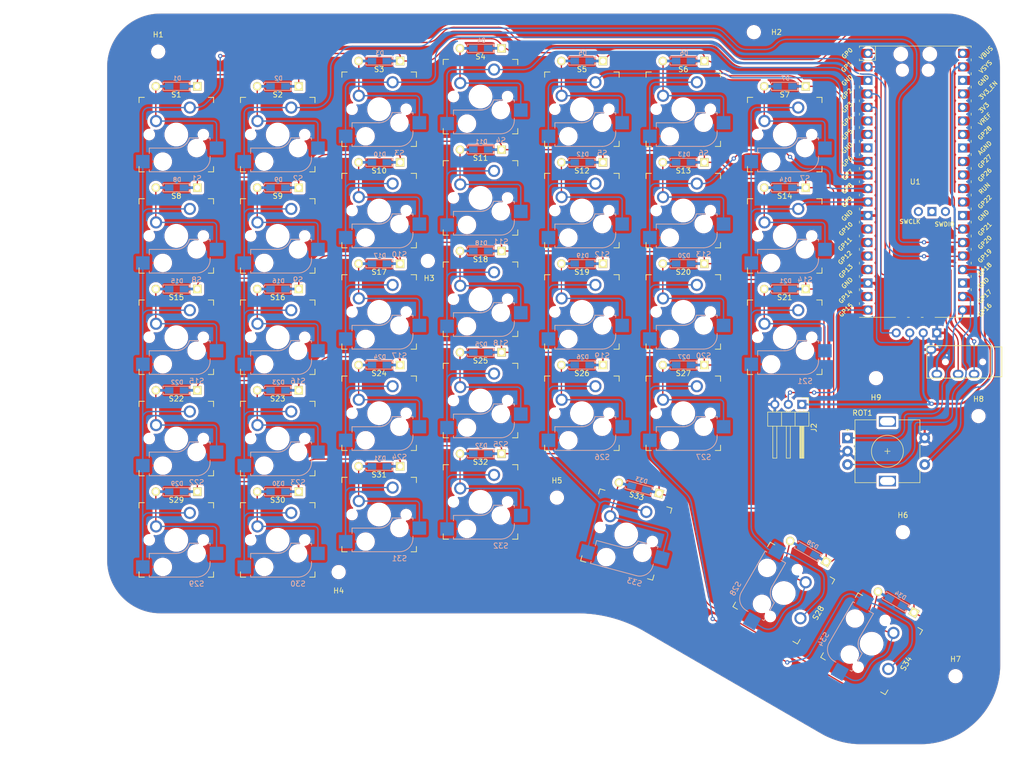
<source format=kicad_pcb>
(kicad_pcb (version 20221018) (generator pcbnew)
  (layers (0 "F.Cu" signal) (31 "B.Cu" signal) (34 "B.Paste" user) (35 "F.Paste" user) (36 "B.SilkS" user "B.Silkscreen") (37 "F.SilkS" user "F.Silkscreen") (38 "B.Mask" user) (39 "F.Mask" user) (44 "Edge.Cuts" user))
  (net 0 "")
  (net 1 "row0")
  (net 2 "Net-(D1-A)")
  (net 3 "Net-(D2-A)")
  (net 4 "Net-(D3-A)")
  (net 5 "Net-(D4-A)")
  (net 6 "Net-(D5-A)")
  (net 7 "Net-(D6-A)")
  (net 8 "row1")
  (net 9 "Net-(D8-A)")
  (net 10 "Net-(D9-A)")
  (net 11 "Net-(D10-A)")
  (net 12 "Net-(D11-A)")
  (net 13 "Net-(D12-A)")
  (net 14 "Net-(D13-A)")
  (net 15 "Net-(D14-A)")
  (net 16 "row2")
  (net 17 "Net-(D15-A)")
  (net 18 "row3")
  (net 19 "Net-(D16-A)")
  (net 20 "Net-(D17-A)")
  (net 21 "Net-(D18-A)")
  (net 22 "Net-(D19-A)")
  (net 23 "Net-(D20-A)")
  (net 24 "Net-(D21-A)")
  (net 25 "Net-(D22-A)")
  (net 26 "Net-(D23-A)")
  (net 27 "Net-(D24-A)")
  (net 28 "Net-(D25-A)")
  (net 29 "Net-(D26-A)")
  (net 30 "Net-(D27-A)")
  (net 31 "Net-(D28-A)")
  (net 32 "row4")
  (net 33 "Net-(D29-A)")
  (net 34 "Net-(D31-A)")
  (net 35 "Net-(D33-A)")
  (net 36 "col0")
  (net 37 "col1")
  (net 38 "col2")
  (net 39 "col3")
  (net 40 "col4")
  (net 41 "col5")
  (net 42 "col6")
  (net 43 "Net-(D30-A)")
  (net 44 "Net-(D32-A)")
  (net 45 "Net-(D34-A)")
  (net 46 "Net-(D7-A)")
  (net 47 "GND")
  (net 48 "VCC")
  (net 49 "SCL")
  (net 50 "SDA")
  (net 51 "TX0")
  (net 52 "RX0")
  (net 55 "VSYS")
  (net 60 "LED1")
  (net 74 "ROT1")
  (net 75 "ROT2")
  (net 76 "B1")
  (footprint "keyswitches:Kailh_socket_MX_optional" (layer "F.Cu") (at 82.15 94.05625)
    (fp_text reference "S24")
    (fp_text value "Keyswitch" hide)
  )
  (footprint "keyswitches:Kailh_socket_MX_optional" (layer "F.Cu") (at 120.25 75.00625)
    (fp_text reference "S19")
    (fp_text value "Keyswitch" hide)
  )
  (footprint "keyswitches:Kailh_socket_MX_optional" (layer "F.Cu") (at 44.05 98.81875)
    (fp_text reference "S22")
    (fp_text value "Keyswitch" hide)
  )
  (footprint "MountingHole:MountingHole_2.2mm_M2" (layer "F.Cu") (at 40.65 26.07875)
    (fp_text reference "H1")
    (fp_text value "MountingHole" hide)
  )
  (footprint "RPi_Pico:RPi_PicoW_SMD_TH" (layer "F.Cu") (at 182.885 50.53375)
    (fp_text reference "U1")
    (fp_text value "Pico")
  )
  (footprint "Keebio-Parts:Diode-Hybrid-Back" (layer "F.Cu") (at 40.2 51.64875)
    (fp_text reference "D8")
    (fp_text value "Diode" hide)
  )
  (footprint "keyswitches:Kailh_socket_MX_optional" (layer "F.Cu") (at 63.1 79.76875)
    (fp_text reference "S16")
    (fp_text value "Keyswitch" hide)
  )
  (footprint "keyswitches:Kailh_socket_MX_optional" (layer "F.Cu") (at 63.1 98.81875)
    (fp_text reference "S23")
    (fp_text value "Keyswitch" hide)
  )
  (footprint "Keebio-Parts:Diode-Hybrid-Back" (layer "F.Cu") (at 135.45 84.98625)
    (fp_text reference "D27")
    (fp_text value "Diode" hide)
  )
  (footprint "MountingHole:MountingHole_2.2mm_M2" (layer "F.Cu") (at 115.55 109.91875)
    (fp_text reference "H5")
    (fp_text value "MountingHole" hide)
  )
  (footprint "keyswitches:Kailh_socket_MX_optional" (layer "F.Cu") (at 139.3 36.90625)
    (fp_text reference "S6")
    (fp_text value "Keyswitch" hide)
  )
  (footprint "keyswitches:Kailh_socket_MX_optional" (layer "F.Cu") (at 120.25 94.05625)
    (fp_text reference "S26")
    (fp_text value "Keyswitch" hide)
  )
  (footprint "Keebio-Parts:Diode-Hybrid-Back" (layer "F.Cu") (at 78.3 27.83625)
    (fp_text reference "D3")
    (fp_text value "Diode" hide)
  )
  (footprint "Keebio-Parts:Diode-Hybrid-Back" (layer "F.Cu") (at 78.3 84.98625)
    (fp_text reference "D24")
    (fp_text value "Diode" hide)
  )
  (footprint "keyswitches:Kailh_socket_MX_optional" (layer "F.Cu") (at 82.15 36.90625)
    (fp_text reference "S3")
    (fp_text value "Keyswitch" hide)
  )
  (footprint "Keebio-Parts:Diode-Hybrid-Back" (layer "F.Cu") (at 40.2 108.79875)
    (fp_text reference "D29")
    (fp_text value "Diode" hide)
  )
  (footprint "keyswitches:Kailh_socket_MX_optional" (layer "F.Cu") (at 128.581631 116.851151 -15)
    (fp_text reference "S33")
    (fp_text value "Keyswitch" hide)
  )
  (footprint "keyswitches:Kailh_socket_MX_optional" (layer "F.Cu") (at 158.35 79.76875)
    (fp_text reference "S21")
    (fp_text value "Keyswitch" hide)
  )
  (footprint "keyswitches:Kailh_socket_MX_optional" (layer "F.Cu") (at 63.1 117.86875)
    (fp_text reference "S30")
    (fp_text value "Keyswitch" hide)
  )
  (footprint "keyswitches:Kailh_socket_MX_optional" (layer "F.Cu") (at 44.05 79.76875)
    (fp_text reference "S15")
    (fp_text value "Keyswitch" hide)
  )
  (footprint "keyswitches:Kailh_socket_MX_optional" (layer "F.Cu") (at 120.25 55.95625)
    (fp_text reference "S12")
    (fp_text value "Keyswitch" hide)
  )
  (footprint "keyswitches:Kailh_socket_MX_optional" (layer "F.Cu") (at 139.3 75.00625)
    (fp_text reference "S20")
    (fp_text value "Keyswitch" hide)
  )
  (footprint "Keebio-Parts:Diode-Hybrid-Back" (layer "F.Cu") (at 154.5 51.64875)
    (fp_text reference "D14")
    (fp_text value "Diode" hide)
  )
  (footprint "Keebio-Parts:Diode-Hybrid-Back" (layer "F.Cu") (at 116.4 27.83625)
    (fp_text reference "D5")
    (fp_text value "Diode" hide)
  )
  (footprint "keyswitches:Kailh_socket_MX_optional" (layer "F.Cu") (at 101.2 34.525)
    (fp_text reference "S4")
    (fp_text value "Keyswitch" hide)
  )
  (footprint "Keebio-Parts:Diode-Hybrid-Back" (layer "F.Cu") (at 59.25 89.74875)
    (fp_text reference "D23")
    (fp_text value "Diode" hide)
  )
  (footprint "keyswitches:Kailh_socket_MX_optional" (layer "F.Cu") (at 44.05 60.71875)
    (fp_text reference "S8")
    (fp_text value "Keyswitch" hide)
  )
  (footprint "Keebio-Parts:Diode-Hybrid-Back" (layer "F.Cu") (at 127.210306 107.093751 -15)
    (fp_text reference "D33")
    (fp_text value "Diode" hide)
  )
  (footprint "keyswitches:Kailh_socket_MX_optional" (layer "F.Cu") (at 44.05 41.66875)
    (fp_text reference "S1")
    (fp_text value "Keyswitch" hide)
  )
  (footprint "Keebio-Parts:Diode-Hybrid-Back" (layer "F.Cu") (at 59.25 32.59875)
    (fp_text reference "D2")
    (fp_text value "Diode" hide)
  )
  (footprint "ScottoKeebs_Components:OLED_128x32" (layer "F.Cu") (at 177.12 80.54875 90)
    (fp_text reference "J1" hide)
    (fp_text value "OLED_128x32")
  )
  (footprint "MountingHole:MountingHole_2.2mm_M2" (layer "F.Cu") (at 180.55 116.41875)
    (fp_text reference "H6")
    (fp_text value "MountingHole" hide)
  )
  (footprint "keyswitches:Kailh_socket_MX_optional" (layer "F.Cu") (at 82.15 55.95625)
    (fp_text reference "S10")
    (fp_text value "Keyswitch" hide)
  )
  (footprint "Keebio-Parts:Diode-Hybrid-Back" (layer "F.Cu") (at 40.2 89.74875)
    (fp_text reference "D22")
    (fp_text value "Diode" hide)
  )
  (footprint "keyswitches:Kailh_socket_MX_optional" (layer "F.Cu") (at 82.15 75.00625)
    (fp_text reference "S17")
    (fp_text value "Keyswitch" hide)
  )
  (footprint "MountingHole:MountingHole_2.2mm_M2" (layer "F.Cu") (at 152.55 22.41875)
    (fp_text reference "H2")
    (fp_text value "MountingHole" hide)
  )
  (footprint "Keebio-Parts:Diode-Hybrid-Back" (layer "F.Cu") (at 40.2 70.69875)
    (fp_text reference "D15")
    (fp_text value "Diode" hide)
  )
  (footprint "Keebio-Parts:Diode-Hybrid-Back" (layer "F.Cu") (at 78.3 104.03625)
    (fp_text reference "D31")
    (fp_text value "Diode" hide)
  )
  (footprint "Connector_PinHeader_2.54mm:PinHeader_1x03_P2.54mm_Horizontal" (layer "F.Cu") (at 161.565 92.39375 -90)
    (fp_text reference "J2")
    (fp_text value "Conn_01x03")
  )
  (footprint "keyswitches:Kailh_socket_MX_optional" (layer "F.Cu") (at 158.179034 127.860838 -120)
    (fp_text reference "S28")
    (fp_text value "Keyswitch" hide)
  )
  (footprint "Keebio-Parts:Diode-Hybrid-Back" (layer "F.Cu") (at 175.87762 127.605988 -30)
    (fp_text reference "D34")
    (fp_text value "Diode" hide)
  )
  (footprint "Keebio-Parts:Diode-Hybrid-Back" (layer "F.Cu") (at 59.25 108.79875)
    (fp_text reference "D30")
    (fp_text value "Diode" hide)
  )
  (footprint "keyswitches:Kailh_socket_MX_optional" (layer "F.Cu") (at 158.35 60.71875)
    (fp_text reference "S14")
    (fp_text value "Keyswitch" hide)
  )
  (footprint "keyswitches:Kailh_socket_MX_optional" (layer "F.Cu") (at 139.3 55.95625)
    (fp_text reference "S13")
    (fp_text value "Keyswitch" hide)
  )
  (footprint "Keebio-Parts:Diode-Hybrid-Back" (layer "F.Cu") (at 154.5 32.59875)
    (fp_text reference "D7")
    (fp_text value "Diode" hide)
  )
  (footprint "Keebio-Parts:Diode-Hybrid-Back" (layer "F.Cu") (at 59.25 51.64875)
    (fp_text reference "D9")
    (fp_text value "Diode" hide)
  )
  (footprint "Keebio-Parts:Diode-Hybrid-Back" (layer "F.Cu") (at 135.45 46.88625)
    (fp_text reference "D13")
    (fp_text value "Diode" hide)
  )
  (footprint "MountingHole:MountingHole_2.2mm_M2" (layer "F.Cu") (at 190.439818 143.488932)
    (fp_text reference "H7")
    (fp_text value "MountingHole" hide)
  )
  (footprint "keyswitches:Kailh_socket_MX_optional" (layer "F.Cu") (at 44.05 117.86875)
    (fp_text reference "S29")
    (fp_text value "Keyswitch" hide)
  )
  (footprint "Keebio-Parts:Diode-Hybrid-Back" (layer "F.Cu") (at 97.35 25.455)
    (fp_text reference "D4")
    (fp_text value "Diode" hide)
  )
  (footprint "MountingHole:MountingHole_2.2mm_M2" (layer "F.Cu") (at 74.55 123.91875)
    (fp_text reference "H4")
    (fp_text value "MountingHole" hide)
  )
  (footprint "keyswitches:Kailh_socket_MX_optional" (layer "F.Cu") (at 63.1 41.66875)
    (fp_text reference "S2")
    (fp_text value "Keyswitch" hide)
  )
  (footprint "keyswitches:Kailh_socket_MX_optional" (layer "F.Cu") (at 63.1 60.71875)
    (fp_text reference "S9")
    (fp_text value "Keyswitch" hide)
  )
  (footprint "MountingHole:MountingHole_2.2mm_M2" (layer "F.Cu") (at 194.75625 94.5875)
    (fp_text reference "H8")
    (fp_text value "MountingHole" hide)
  )
  (footprint "keyswitches:Kailh_socket_MX_optional" (layer "F.Cu") (at 101.2 91.675)
    (fp_text reference "S25")
    (fp_text value "Keyswitch" hide)
  )
  (footprint "keyswitches:Kailh_socket_MX_optional" (layer "F.Cu") (at 101.2 53.575)
    (fp_text reference "S11")
    (fp_text value "Keyswitch" hide)
  )
  (footprint "keyswitches:Kailh_socket_MX_optional" (layer "F.Cu") (at 139.3 94.05625)
    (fp_text reference "S27")
    (fp_text value "Keyswitch" hide)
  )
  (footprint "Keebio-Parts:Diode-Hybrid-Back" (layer "F.Cu") (at 135.45 27.83625)
    (fp_text reference "D6")
    (fp_text value "Diode" hide)
  )
  (footprint "MountingHole:MountingHole_2.2mm_M2" (layer "F.Cu") (at 91.3 65.41875)
    (fp_text reference "H3")
    (fp_text value "MountingHole" hide)
  )
  (footprint "Keebio-Parts:Diode-Hybrid-Back" (layer "F.Cu") (at 59.25 70.69875)
    (fp_text reference "D16")
    (fp_text value "Diode" hide)
  )
  (footprint "keyswitches:Kailh_socket_MX_optional" (layer "F.Cu") (at 158.35 41.66875)
    (fp_text reference "S7")
    (fp_text value "Keyswitch" hide)
  )
  (footprint "Keebio-Parts:Diode-Hybrid-Back" (layer "F.Cu") (at 40.2 32.59875)
    (fp_text reference "D1")
    (fp_text value "Diode" hide)
  )
  (footprint "keyswitches:Kailh_socket_MX_optional" (layer "F.Cu") (at 101.2 72.625)
    (fp_text reference "S18")
    (fp_text value "Keyswitch" hide)
  )
  (footprint "keyswitches:Kailh_socket_MX_optional" (layer "F.Cu") (at 174.676818 137.385838 -120)
    (fp_text reference "S34")
    (fp_text value "Keyswitch" hide)
  )
  (footprint "Rotary_Encoder:RotaryEncoder_Alps_EC11E-Switch_Vertical_H20mm" (layer "F.Cu") (at 170.15 98.7)
    (fp_text reference "ROT1")
    (fp_text value "RotaryEncoder_Switch")
  )
  (footprint "Keebio-Parts:Diode-Hybrid-Back" (layer "F.Cu") (at 154.5 70.69875)
    (fp_text reference "D21")
    (fp_text value "Diode" hide)
  )
  (footprint "Keebio-Parts:Diode-Hybrid-Back" (layer "F.Cu") (at 116.4 84.98625)
    (fp_text reference "D26")
    (fp_text value "Diode" hide)
  )
  (footprint "keyswitches:Kailh_socket_MX_optional" (layer "F.Cu") (at 101.2 110.725)
    (fp_text reference "S32")
    (fp_text value "Keyswitch" hide)
  )
  (footprint "keyswitches:Kailh_socket_MX_optional" (layer "F.Cu") (at 82.15 113.10625)
    (fp_text reference "S31")
    (fp_text value "Keyswitch" hide)
  )
  (footprint "Keebio-Parts:Diode-Hybrid-Back" (layer "F.Cu") (at 97.35 44.505)
    (fp_text reference "D11")
    (fp_text value "Diode" hide)
  )
  (footprint "Keebio-Parts:Diode-Hybrid-Back" (layer "F.Cu") (at 78.3 65.93625)
    (fp_text reference "D17")
    (fp_text value "Diode" hide)
  )
  (footprint "Keebio-Parts:Diode-Hybrid-Back" (layer "F.Cu") (at 78.3 46.88625)
    (fp_text reference "D10")
    (fp_text value "Diode" hide)
  )
  (footprint "Keebio-Parts:Diode-Hybrid-Back" (layer "F.Cu") (at 116.4 65.93625)
    (fp_text reference "D19")
    (fp_text value "Diode" hide)
  )
  (footprint "Keebio-Parts:Diode-Hybrid-Back" (layer "F.Cu") (at 135.45 65.93625)
    (fp_text reference "D20")
    (fp_text value "Diode" hide)
  )
  (footprint "Keebio-Parts:Diode-Hybrid-Back" (layer "F.Cu") (at 116.4 46.88625)
    (fp_text reference "D12")
    (fp_text value "Diode" hide)
  )
  (footprint "ScottoKeebs_Components:TRRS_PJ-320A" (layer "F.Cu") (at 197.1375 84.39375 -90)
    (fp_text reference "U3")
    (fp_text value "TRRS")
  )
  (footprint "MountingHole:MountingHole_2.2mm_M2" (layer "F.Cu") (at 175.502318 87.453932)
    (fp_text reference "H9")
    (fp_text value "MountingHole" hide)
  )
  (footprint "Keebio-Parts:Diode-Hybrid-Back" (layer "F.Cu") (at 97.35 101.655)
    (fp_text reference "D32")
    (fp_text value "Diode" hide)
  )
  (footprint "Keebio-Parts:Diode-Hybrid-Back" (layer "F.Cu") (at 97.35 63.555)
    (fp_text reference "D18")
    (fp_text value "Diode" hide)
  )
  (footprint "Keebio-Parts:Diode-Hybrid-Back" (layer "F.Cu") (at 97.35 82.605)
    (fp_text reference "D25")
    (fp_text value "Diode" hide)
  )
  (footprint "keyswitches:Kailh_socket_MX_optional" (layer "F.Cu") (at 120.25 36.90625)
    (fp_text reference "S5")
    (fp_text value "Keyswitch" hide)
  )
  (footprint "Keebio-Parts:Diode-Hybrid-Back" (layer "F.Cu") (at 159.379836 118.080988 -30)
    (fp_text reference "D28")
    (fp_text value "Diode" hide)
  )
  (gr_arc (start 41.049977 131.668773) (mid 33.978909 128.739841) (end 31.049977 121.668773) (stroke (width 0.0381)) (layer "Edge.Cuts"))
  (gr_line (start 183.844087 156.278773) (end 172.677058 156.278773) (stroke (width 0.0381)) (layer "Edge.Cuts"))
  (gr_line (start 119.41074 131.672374) (end 41.049977 131.668773) (stroke (width 0.0381)) (layer "Edge.Cuts"))
  (gr_arc (start 198.844086 141.272884) (mid 194.452771 151.883293) (end 183.844087 156.278773) (stroke (width 0.0381)) (layer "Edge.Cuts"))
  (gr_arc (start 31.049977 28.918773) (mid 33.978881 21.847668) (end 41.049977 18.918773) (stroke (width 0.0381)) (layer "Edge.Cuts"))
  (gr_line (start 165.164389 154.261832) (end 131.929322 135.033142) (stroke (width 0.0381)) (layer "Edge.Cuts"))
  (gr_arc (start 172.677058 156.278773) (mid 168.787706 155.765763) (end 165.164389 154.261832) (stroke (width 0.0381)) (layer "Edge.Cuts"))
  (gr_line (start 198.844086 141.272884) (end 198.799977 28.918773) (stroke (width 0.0381)) (layer "Edge.Cuts"))
  (gr_arc (start 119.41074 131.672374) (mid 125.891628 132.527329) (end 131.929322 135.033142) (stroke (width 0.0381)) (layer "Edge.Cuts"))
  (gr_line (start 31.049977 121.668773) (end 31.049977 28.918773) (stroke (width 0.0381)) (layer "Edge.Cuts"))
  (gr_arc (start 188.799977 18.918773) (mid 195.871068 21.847682) (end 198.799977 28.918773) (stroke (width 0.0381)) (layer "Edge.Cuts"))
  (gr_line (start 188.799977 18.918773) (end 41.049977 18.918773) (stroke (width 0.0381)) (layer "Edge.Cuts"))
  (segment (start 161.116896 31.415646) (end 162.3 32.59875) (width 0.25) (layer "F.Cu") (net 1))
  (segment (start 92.854396 27.039353) (end 95.448103 24.445646) (width 0.25) (layer "F.Cu") (net 1))
  (segment (start 85.587867 26.41875) (end 70.926981 26.41875) (width 0.25) (layer "F.Cu") (net 1))
  (segment (start 123.492893 27.129143) (end 122.656187 26.292437) (width 0.25) (layer "F.Cu") (net 1))
  (segment (start 69.003103 27.215646) (end 67.50078 28.717969) (width 0.25) (layer "F.Cu") (net 1))
  (segment (start 124.907106 27.129143) (end 124.98375 27.0525) (width 0.25) (layer "F.Cu") (net 1))
  (segment (start 105.493125 25.455) (end 105.643125 25.455) (width 0.25) (layer "F.Cu") (net 1))
  (segment (start 104.907373 24.526123) (end 104.59 24.20875) (width 0.25) (layer "F.Cu") (net 1))
  (segment (start 90.930518 27.83625) (end 86.1 27.83625) (width 0.25) (layer "F.Cu") (net 1))
  (segment (start 166.023018 32.59875) (end 162.3 32.59875) (width 0.25) (layer "F.Cu") (net 1))
  (segment (start 169.65 36.225731) (end 169.65 59.159148) (width 0.25) (layer "F.Cu") (net 1))
  (segment (start 143.83375 27.83625) (end 143.77125 27.83625) (width 0.25) (layer "F.Cu") (net 1))
  (segment (start 67.05 30.426072) (end 67.05 29.80625) (width 0.25) (layer "F.Cu") (net 1))
  (segment (start 48 31.784435) (end 48 32.59875) (width 0.25) (layer "F.Cu") (net 1))
  (segment (start 144.830273 28.249023) (end 146.403103 29.821853) (width 0.25) (layer "F.Cu") (net 1))
  (segment (start 142.353768 26.26875) (end 126.875889 26.26875) (width 0.25) (layer "F.Cu") (net 1))
  (segment (start 167.946896 33.395646) (end 168.853103 34.301853) (width 0.25) (layer "F.Cu") (net 1))
  (segment (start 67.05 30.461427) (end 67.05 32.59875) (width 0.25) (layer "F.Cu") (net 1))
  (segment (start 107.525408 26.26875) (end 122.64125 26.26875) (width 0.25) (layer "F.Cu") (net 1))
  (segment (start 106.543125 25.861875) (end 106.484942 25.803692) (width 0.25) (layer "F.Cu") (net 1))
  (segment (start 143.25 27.315) (end 143.25 27.164981) (width 0.25) (layer "F.Cu") (net 1))
  (segment (start 49.365685 30.41875) (end 67.007322 30.41875) (width 0.25) (layer "F.Cu") (net 1))
  (segment (start 159.193018 30.61875) (end 148.326981 30.61875) (width 0.25) (layer "F.Cu") (net 1))
  (segment (start 86.1 27.83625) (end 86.1 26.930882) (width 0.25) (layer "F.Cu") (net 1))
  (segment (start 67.05 30.426072) (end 67.05 30.461427) (width 0.25) (layer "F.Cu") (net 1))
  (segment (start 97.371981 23.64875) (end 103.23804 23.64875) (width 0.25) (layer "F.Cu") (net 1))
  (segment (start 169.914601 59.42375) (end 173.995 59.42375) (width 0.25) (layer "F.Cu") (net 1))
  (arc (start 85.95 26.56875) (mid 85.783852 26.457733) (end 85.587867 26.41875) (width 0.25) (layer "F.Cu") (net 1))
  (arc (start 106.543125 25.861875) (mid 106.9938 26.163006) (end 107.525408 26.26875) (width 0.25) (layer "F.Cu") (net 1))
  (arc (start 49.365685 30.41875) (mid 48.84306 30.522706) (end 48.4 30.81875) (width 0.25) (layer "F.Cu") (net 1))
  (arc (start 104.59 24.20875) (mid 103.969715 23.794289) (end 103.23804 23.64875) (width 0.25) (layer "F.Cu") (net 1))
  (arc (start 67.05 30.461427) (mid 67.046751 30.445095) (end 67.0375 30.43125) (width 0.25) (layer "F.Cu") (net 1))
  (arc (start 122.65 26.2775) (mid 122.651607 26.285583) (end 122.656187 26.292437) (width 0.25) (layer "F.Cu") (net 1))
  (arc (start 142.9875 26.53125) (mid 142.696741 26.336971) (end 142.353768 26.26875) (width 0.25) (layer "F.Cu") (net 1))
  (arc (start 144.830273 28.249023) (mid 144.373064 27.943526) (end 143.83375 27.83625) (width 0.25) (layer "F.Cu") (net 1))
  (arc (start 48.4 30.81875) (mid 48.103956 31.26181) (end 48 31.784435) (width 0.25) (layer "F.Cu") (net 1))
  (arc (start 142.9875 26.53125) (mid 143.181778 26.822008) (end 143.25 27.164981) (width 0.25) (layer "F.Cu") (net 1))
  (arc (start 146.403103 29.821853) (mid 147.285786 30.411643) (end 148.326981 30.61875) (width 0.25) (layer "F.Cu") (net 1))
  (arc (start 167.946896 33.395646) (mid 167.064213 32.805856) (end 166.023018 32.59875) (width 0.25) (layer "F.Cu") (net 1))
  (arc (start 105.15 25.111875) (mid 105.250498 25.354501) (end 105.493125 25.455) (width 0.25) (layer "F.Cu") (net 1))
  (arc (start 67.0375 30.43125) (mid 67.023654 30.421998) (end 67.007322 30.41875) (width 0.25) (layer "F.Cu") (net 1))
  (arc (start 126.875889 26.26875) (mid 125.85187 26.472439) (end 124.98375 27.0525) (width 0.25) (layer "F.Cu") (net 1))
  (arc (start 70.926981 26.41875) (mid 69.885786 26.625856) (end 69.003103 27.215646) (width 0.25) (layer "F.Cu") (net 1))
  (arc (start 104.907373 24.526123) (mid 105.086943 24.794868) (end 105.15 25.111875) (width 0.25) (layer "F.Cu") (net 1))
  (arc (start 97.371981 23.64875) (mid 96.330786 23.855856) (end 95.448103 24.445646) (width 0.25) (layer "F.Cu") (net 1))
  (arc (start 67.0375 30.43125) (mid 67.045479 30.432837) (end 67.05 30.426072) (width 0.25) (layer "F.Cu") (net 1))
  (arc (start 169.65 59.159148) (mid 169.670141 59.260406) (end 169.7275 59.34625) (width 0.25) (layer "F.Cu") (net 1))
  (arc (start 67.50078 28.717969) (mid 67.167153 29.217276) (end 67.05 29.80625) (width 0.25) (layer "F.Cu") (net 1))
  (arc (start 122.65 26.2775) (mid 122.647437 26.271312) (end 122.64125 26.26875) (width 0.25) (layer "F.Cu") (net 1))
  (arc (start 168.853103 34.301853) (mid 169.442893 35.184536) (end 169.65 36.225731) (width 0.25) (layer "F.Cu") (net 1))
  (arc (start 143.25 27.315) (mid 143.40267 27.683579) (end 143.77125 27.83625) (width 0.25) (layer "F.Cu") (net 1))
  (arc (start 169.7275 59.34625) (mid 169.813342 59.403608) (end 169.914601 59.42375) (width 0.25) (layer "F.Cu") (net 1))
  (arc (start 92.854396 27.039353) (mid 91.971713 27.629143) (end 90.930518 27.83625) (width 0.25) (layer "F.Cu") (net 1))
  (arc (start 161.116896 31.415646) (mid 160.234213 30.825856) (end 159.193018 30.61875) (width 0.25) (layer "F.Cu") (net 1))
  (arc (start 123.492893 27.129143) (mid 124.199999 27.422036) (end 124.907106 27.129143) (width 0.25) (layer "F.Cu") (net 1))
  (arc (start 106.484942 25.803692) (mid 106.098713 25.545622) (end 105.643125 25.455) (width 0.25) (layer "F.Cu") (net 1))
  (arc (start 85.95 26.56875) (mid 86.061016 26.734897) (end 86.1 26.930882) (width 0.25) (layer "F.Cu") (net 1))
  (segment (start 46.6 32.59875) (end 48 32.59875) (width 0.25) (layer "B.Cu") (net 1))
  (segment (start 103.75 25.455) (end 105.15 25.455) (width 0.25) (layer "B.Cu") (net 1))
  (segment (start 160.9 32.59875) (end 162.3 32.59875) (width 0.25) (layer "B.Cu") (net 1))
  (segment (start 122.8 27.83625) (end 124.2 27.83625) (width 0.25) (layer "B.Cu") (net 1))
  (segment (start 65.65 32.59875) (end 67.05 32.59875) (width 0.25) (layer "B.Cu") (net 1))
  (segment (start 40.2 32.59875) (end 40.2 39.08875) (width 0.25) (layer "F.Cu") (net 2))
  (segment (start 51.61 39.811592) (end 51.61 44.20875) (width 0.25) (layer "B.Cu") (net 2))
  (segment (start 50.927157 39.12875) (end 40.24 39.12875) (width 0.25) (layer "B.Cu") (net 2))
  (arc (start 51.41 39.32875) (mid 51.558021 39.550279) (end 51.61 39.811592) (width 0.25) (layer "B.Cu") (net 2))
  (arc (start 51.41 39.32875) (mid 51.188469 39.180728) (end 50.927157 39.12875) (width 0.25) (layer "B.Cu") (net 2))
  (segment (start 59.25 32.59875) (end 59.25 39.08875) (width 0.25) (layer "F.Cu") (net 3))
  (segment (start 69.977157 39.12875) (end 59.29 39.12875) (width 0.25) (layer "B.Cu") (net 3))
  (segment (start 70.66 39.811592) (end 70.66 44.20875) (width 0.25) (layer "B.Cu") (net 3))
  (arc (start 70.46 39.32875) (mid 70.238469 39.180728) (end 69.977157 39.12875) (width 0.25) (layer "B.Cu") (net 3))
  (arc (start 70.46 39.32875) (mid 70.608021 39.550279) (end 70.66 39.811592) (width 0.25) (layer "B.Cu") (net 3))
  (segment (start 78.34 34.36625) (end 78.34 27.87625) (width 0.25) (layer "F.Cu") (net 4))
  (segment (start 89.027157 34.36625) (end 78.34 34.36625) (width 0.25) (layer "B.Cu") (net 4))
  (segment (start 89.71 35.049092) (end 89.71 39.44625) (width 0.25) (layer "B.Cu") (net 4))
  (arc (start 89.51 34.56625) (mid 89.288469 34.418228) (end 89.027157 34.36625) (width 0.25) (layer "B.Cu") (net 4))
  (arc (start 89.51 34.56625) (mid 89.658021 34.787779) (end 89.71 35.049092) (width 0.25) (layer "B.Cu") (net 4))
  (segment (start 97.35 25.455) (end 97.35 31.945) (width 0.25) (layer "F.Cu") (net 5))
  (segment (start 108.76 32.667842) (end 108.76 37.065) (width 0.25) (layer "B.Cu") (net 5))
  (segment (start 108.077157 31.985) (end 97.39 31.985) (width 0.25) (layer "B.Cu") (net 5))
  (arc (start 108.56 32.185) (mid 108.708021 32.406529) (end 108.76 32.667842) (width 0.25) (layer "B.Cu") (net 5))
  (arc (start 108.56 32.185) (mid 108.338469 32.036978) (end 108.077157 31.985) (width 0.25) (layer "B.Cu") (net 5))
  (segment (start 116.4 27.83625) (end 116.4 34.32625) (width 0.25) (layer "F.Cu") (net 6))
  (segment (start 127.81 35.049092) (end 127.81 39.44625) (width 0.25) (layer "B.Cu") (net 6))
  (segment (start 127.127157 34.36625) (end 116.44 34.36625) (width 0.25) (layer "B.Cu") (net 6))
  (arc (start 127.61 34.56625) (mid 127.758021 34.787779) (end 127.81 35.049092) (width 0.25) (layer "B.Cu") (net 6))
  (arc (start 127.61 34.56625) (mid 127.388469 34.418228) (end 127.127157 34.36625) (width 0.25) (layer "B.Cu") (net 6))
  (segment (start 135.49 34.36625) (end 135.49 27.87625) (width 0.25) (layer "F.Cu") (net 7))
  (segment (start 146.86 35.049092) (end 146.86 39.44625) (width 0.25) (layer "B.Cu") (net 7))
  (segment (start 146.177157 34.36625) (end 135.49 34.36625) (width 0.25) (layer "B.Cu") (net 7))
  (arc (start 146.66 34.56625) (mid 146.808021 34.787779) (end 146.86 35.049092) (width 0.25) (layer "B.Cu") (net 7))
  (arc (start 146.66 34.56625) (mid 146.438469 34.418228) (end 146.177157 34.36625) (width 0.25) (layer "B.Cu") (net 7))
  (segment (start 166.696446 51.64875) (end 162.3 51.64875) (width 0.25) (layer "F.Cu") (net 8))
  (segment (start 85.587867 45.41875) (end 72.426981 45.41875) (width 0.25) (layer "F.Cu") (net 8))
  (segment (start 67.05 50.65875) (end 67.05 51.64875) (width 0.25) (layer "F.Cu") (net 8))
  (segment (start 124.2 46.300464) (end 124.2 45.693014) (width 0.25) (layer "F.Cu") (net 8))
  (segment (start 168.907149 61.96375) (end 173.995 61.96375) (width 0.25) (layer "F.Cu") (net 8))
  (segment (start 86.1 45.930882) (end 86.1 46.88625) (width 0.25) (layer "F.Cu") (net 8))
  (segment (start 147.064396 47.683146) (end 148.503103 49.121853) (width 0.25) (layer "F.Cu") (net 8))
  (segment (start 150.426981 49.91875) (end 161.873223 49.91875) (width 0.25) (layer "F.Cu") (net 8))
  (segment (start 104.125735 42.91875) (end 88.148528 42.91875) (width 0.25) (layer "F.Cu") (net 8))
  (segment (start 48 50.607658) (end 48 51.64875) (width 0.25) (layer "F.Cu") (net 8))
  (segment (start 48.938908 49.66875) (end 65.769669 49.66875) (width 0.25) (layer "F.Cu") (net 8))
  (segment (start 105.15 44.011875) (end 105.15 43.943014) (width 0.25) (layer "F.Cu") (net 8))
  (segment (start 86.1 44.967278) (end 86.1 46.88625) (width 0.25) (layer "F.Cu") (net 8))
  (segment (start 125.224264 44.66875) (end 142.481801 44.66875) (width 0.25) (layer "F.Cu") (net 8))
  (segment (start 67.05 50.94908) (end 67.05 51.64875) (width 0.25) (layer "F.Cu") (net 8))
  (segment (start 143.25 45.436948) (end 143.25 46.88625) (width 0.25) (layer "F.Cu") (net 8))
  (segment (start 167.55 52.502303) (end 167.55 60.6066) (width 0.25) (layer "F.Cu") (net 8))
  (segment (start 124.2 46.300464) (end 124.2 46.2275) (width 0.25) (layer "F.Cu") (net 8))
  (segment (start 123.668125 45.036875) (end 123.734193 45.102943) (width 0.25) (layer "F.Cu") (net 8))
  (segment (start 145.140518 46.88625) (end 143.25 46.88625) (width 0.25) (layer "F.Cu") (net 8))
  (segment (start 67.750035 48.968714) (end 70.503103 46.215646) (width 0.25) (layer "F.Cu") (net 8))
  (segment (start 162.3 51.64875) (end 162.3 50.345526) (width 0.25) (layer "F.Cu") (net 8))
  (segment (start 105.643125 44.505) (end 122.384065 44.505) (width 0.25) (layer "F.Cu") (net 8))
  (arc (start 104.85 43.21875) (mid 104.517704 42.996717) (end 104.125735 42.91875) (width 0.25) (layer "F.Cu") (net 8))
  (arc (start 85.95 45.56875) (mid 85.783852 45.457733) (end 85.587867 45.41875) (width 0.25) (layer "F.Cu") (net 8))
  (arc (start 48.275 49.94375) (mid 48.07147 50.248353) (end 48 50.607658) (width 0.25) (layer "F.Cu") (net 8))
  (arc (start 66.675 50.04375) (mid 66.95254 50.459118) (end 67.05 50.94908) (width 0.25) (layer "F.Cu") (net 8))
  (arc (start 123.734193 45.102943) (mid 124.07894 45.618894) (end 124.2 46.2275) (width 0.25) (layer "F.Cu") (net 8))
  (arc (start 72.426981 45.41875) (mid 71.385786 45.625856) (end 70.503103 46.215646) (width 0.25) (layer "F.Cu") (net 8))
  (arc (start 85.95 45.56875) (mid 86.061016 45.734897) (end 86.1 45.930882) (width 0.25) (layer "F.Cu") (net 8))
  (arc (start 105.15 44.011875) (mid 105.294432 44.360567) (end 105.643125 44.505) (width 0.25) (layer "F.Cu") (net 8))
  (arc (start 124.2 46.300464) (mid 124.2 46.300464) (end 124.2 46.300464) (width 0.25) (layer "F.Cu") (net 8))
  (arc (start 125.224264 44.66875) (mid 124.832295 44.746717) (end 124.5 44.96875) (width 0.25) (layer "F.Cu") (net 8))
  (arc (start 48.938908 49.66875) (mid 48.579603 49.74022) (end 48.275 49.94375) (width 0.25) (layer "F.Cu") (net 8))
  (arc (start 167.9475 61.56625) (mid 168.38779 61.860443) (end 168.907149 61.96375) (width 0.25) (layer "F.Cu") (net 8))
  (arc (start 147.064396 47.683146) (mid 146.181713 47.093356) (end 145.140518 46.88625) (width 0.25) (layer "F.Cu") (net 8))
  (arc (start 167.3 51.89875) (mid 167.023087 51.713722) (end 166.696446 51.64875) (width 0.25) (layer "F.Cu") (net 8))
  (arc (start 167.3 51.89875) (mid 167.485027 52.175662) (end 167.55 52.502303) (width 0.25) (layer "F.Cu") (net 8))
  (arc (start 86.7 43.51875) (mid 86.255934 44.18334) (end 86.1 44.967278) (width 0.25) (layer "F.Cu") (net 8))
  (arc (start 143.025 44.89375) (mid 142.775778 44.727225) (end 142.481801 44.66875) (width 0.25) (layer "F.Cu") (net 8))
  (arc (start 67.750035 48.968714) (mid 67.231933 49.744109) (end 67.05 50.65875) (width 0.25) (layer "F.Cu") (net 8))
  (arc (start 167.55 60.6066) (mid 167.653306 61.125958) (end 167.9475 61.56625) (width 0.25) (layer "F.Cu") (net 8))
  (arc (start 162.175 50.04375) (mid 162.036543 49.951236) (end 161.873223 49.91875) (width 0.25) (layer "F.Cu") (net 8))
  (arc (start 124.5 44.96875) (mid 124.277967 45.301045) (end 124.2 45.693014) (width 0.25) (layer "F.Cu") (net 8))
  (arc (start 123.668125 45.036875) (mid 123.078993 44.643229) (end 122.384065 44.505) (width 0.25) (layer "F.Cu") (net 8))
  (arc (start 143.025 44.89375) (mid 143.191524 45.142971) (end 143.25 45.436948) (width 0.25) (layer "F.Cu") (net 8))
  (arc (start 88.148528 42.91875) (mid 87.36459 43.074684) (end 86.7 43.51875) (width 0.25) (layer "F.Cu") (net 8))
  (arc (start 66.675 50.04375) (mid 66.25963 49.766209) (end 65.769669 49.66875) (width 0.25) (layer "F.Cu") (net 8))
  (arc (start 148.503103 49.121853) (mid 149.385786 49.711643) (end 150.426981 49.91875) (width 0.25) (layer "F.Cu") (net 8))
  (arc (start 104.85 43.21875) (mid 105.072032 43.551045) (end 105.15 43.943014) (width 0.25) (layer "F.Cu") (net 8))
  (arc (start 162.175 50.04375) (mid 162.267513 50.182206) (end 162.3 50.345526) (width 0.25) (layer "F.Cu") (net 8))
  (segment (start 122.8 46.88625) (end 124.2 46.88625) (width 0.25) (layer "B.Cu") (net 8))
  (segment (start 141.85 46.88625) (end 143.25 46.88625) (width 0.25) (layer "B.Cu") (net 8))
  (segment (start 46.6 51.64875) (end 48 51.64875) (width 0.25) (layer "B.Cu") (net 8))
  (segment (start 160.9 51.64875) (end 162.3 51.64875) (width 0.25) (layer "B.Cu") (net 8))
  (segment (start 65.65 51.64875) (end 67.05 51.64875) (width 0.25) (layer "B.Cu") (net 8))
  (segment (start 84.7 46.88625) (end 86.1 46.88625) (width 0.25) (layer "B.Cu") (net 8))
  (segment (start 40.2 51.64875) (end 40.2 58.13875) (width 0.25) (layer "F.Cu") (net 9))
  (segment (start 50.927157 58.17875) (end 40.24 58.17875) (width 0.25) (layer "B.Cu") (net 9))
  (segment (start 51.61 58.861592) (end 51.61 63.25875) (width 0.25) (layer "B.Cu") (net 9))
  (arc (start 51.41 58.37875) (mid 51.188469 58.230728) (end 50.927157 58.17875) (width 0.25) (layer "B.Cu") (net 9))
  (arc (start 51.41 58.37875) (mid 51.558021 58.600279) (end 51.61 58.861592) (width 0.25) (layer "B.Cu") (net 9))
  (segment (start 59.25 51.64875) (end 59.25 58.13875) (width 0.25) (layer "F.Cu") (net 10))
  (segment (start 70.66 58.861592) (end 70.66 63.25875) (width 0.25) (layer "B.Cu") (net 10))
  (segment (start 69.977157 58.17875) (end 59.29 58.17875) (width 0.25) (layer "B.Cu") (net 10))
  (arc (start 70.46 58.37875) (mid 70.238469 58.230728) (end 69.977157 58.17875) (width 0.25) (layer "B.Cu") (net 10))
  (arc (start 70.46 58.37875) (mid 70.608021 58.600279) (end 70.66 58.861592) (width 0.25) (layer "B.Cu") (net 10))
  (segment (start 78.3 46.88625) (end 78.3 53.37625) (width 0.25) (layer "F.Cu") (net 11))
  (segment (start 89.71 54.099092) (end 89.71 58.49625) (width 0.25) (layer "B.Cu") (net 11))
  (segment (start 89.027157 53.41625) (end 78.34 53.41625) (width 0.25) (layer "B.Cu") (net 11))
  (arc (start 89.51 53.61625) (mid 89.288469 53.468228) (end 89.027157 53.41625) (width 0.25) (layer "B.Cu") (net 11))
  (arc (start 89.51 53.61625) (mid 89.658021 53.837779) (end 89.71 54.099092) (width 0.25) (layer "B.Cu") (net 11))
  (segment (start 97.35 44.505) (end 97.35 50.995) (width 0.2) (layer "F.Cu") (net 12))
  (segment (start 108.76 51.717842) (end 108.76 56.115) (width 0.25) (layer "B.Cu") (net 12))
  (segment (start 108.077157 51.035) (end 97.39 51.035) (width 0.25) (layer "B.Cu") (net 12))
  (arc (start 108.56 51.235) (mid 108.708021 51.456529) (end 108.76 51.717842) (width 0.25) (layer "B.Cu") (net 12))
  (arc (start 108.56 51.235) (mid 108.338469 51.086978) (end 108.077157 51.035) (width 0.25) (layer "B.Cu") (net 12))
  (segment (start 116.4 46.88625) (end 116.4 53.37625) (width 0.25) (layer "F.Cu") (net 13))
  (segment (start 127.81 54.099092) (end 127.81 58.49625) (width 0.25) (layer "B.Cu") (net 13))
  (segment (start 127.127157 53.41625) (end 116.44 53.41625) (width 0.25) (layer "B.Cu") (net 13))
  (arc (start 127.61 53.61625) (mid 127.758021 53.837779) (end 127.81 54.099092) (width 0.25) (layer "B.Cu") (net 13))
  (arc (start 127.61 53.61625) (mid 127.388469 53.468228) (end 127.127157 53.41625) (width 0.25) (layer "B.Cu") (net 13))
  (segment (start 135.45 46.88625) (end 135.45 53.37625) (width 0.25) (layer "F.Cu") (net 14))
  (segment (start 146.177157 53.41625) (end 135.49 53.41625) (width 0.25) (layer "B.Cu") (net 14))
  (segment (start 146.86 54.099092) (end 146.86 58.49625) (width 0.25) (layer "B.Cu") (net 14))
  (arc (start 146.66 53.61625) (mid 146.808021 53.837779) (end 146.86 54.099092) (width 0.25) (layer "B.Cu") (net 14))
  (arc (start 146.66 53.61625) (mid 146.438469 53.468228) (end 146.177157 53.41625) (width 0.25) (layer "B.Cu") (net 14))
  (segment (start 154.5 51.64875) (end 154.5 58.13875) (width 0.25) (layer "F.Cu") (net 15))
  (segment (start 165.227157 58.17875) (end 154.54 58.17875) (width 0.25) (layer "B.Cu") (net 15))
  (segment (start 165.91 58.861592) (end 165.91 63.25875) (width 0.25) (layer "B.Cu") (net 15))
  (arc (start 165.71 58.37875) (mid 165.488469 58.230728) (end 165.227157 58.17875) (width 0.25) (layer "B.Cu") (net 15))
  (arc (start 165.71 58.37875) (mid 165.858021 58.600279) (end 165.91 58.861592) (width 0.25) (layer "B.Cu") (net 15))
  (segment (start 85.575 64.94375) (end 86.1 65.46875) (width 0.25) (layer "F.Cu") (net 16))
  (segment (start 165.3725 70.69875) (end 162.3 70.69875) (width 0.25) (layer "F.Cu") (net 16))
  (segment (start 86.1 64.394054) (end 86.1 65.93625) (width 0.25) (layer "F.Cu") (net 16))
  (segment (start 67.05 69.522303) (end 67.05 70.69875) (width 0.25) (layer "F.Cu") (net 16))
  (segment (start 124.2 64.58946) (end 124.2 65.93625) (width 0.25) (layer "F.Cu") (net 16))
  (segment (start 105.15 63.555) (end 105.15 62.516237) (width 0.25) (layer "F.Cu") (net 16))
  (segment (start 146.864396 66.733146) (end 148.253103 68.121853) (width 0.25) (layer "F.Cu") (net 16))
  (segment (start 142.481801 63.66875) (end 125.65104 63.66875) (width 0.25) (layer "F.Cu") (net 16))
  (segment (start 124.25 64.36875) (end 123.868125 63.986875) (width 0.25) (layer "F.Cu") (net 16))
  (segment (start 48 70.20875) (end 48 70.69875) (width 0.25) (layer "F.Cu") (net 16))
  (segment (start 167.55 65.638976) (end 167.55 67.391768) (width 0.25) (layer "F.Cu") (net 16))
  (segment (start 67.05 69.80875) (end 67.05 70.69875) (width 0.25) (layer "F.Cu") (net 16))
  (segment (start 70.753103 65.215646) (end 67.679325 68.289424) (width 0.25) (layer "F.Cu") (net 16))
  (segment (start 49.792462 68.66875) (end 66.196446 68.66875) (width 0.25) (layer "F.Cu") (net 16))
  (segment (start 161.873223 68.91875) (end 150.176981 68.91875) (width 0.25) (layer "F.Cu") (net 16))
  (segment (start 162.3 69.345526) (end 162.3 70.69875) (width 0.25) (layer "F.Cu") (net 16))
  (segment (start 124.25 64.46875) (end 124.625 64.09375) (width 0.25) (layer "F.Cu") (net 16))
  (segment (start 143.25 64.436948) (end 143.25 65.93625) (width 0.25) (layer "F.Cu") (net 16))
  (segment (start 166.753103 69.315646) (end 165.376767 70.691982) (width 0.25) (layer "F.Cu") (net 16))
  (segment (start 144.940518 65.93625) (end 143.25 65.93625) (width 0.25) (layer "F.Cu") (net 16))
  (segment (start 104.552512 61.91875) (end 88.575304 61.91875) (width 0.25) (layer "F.Cu") (net 16))
  (segment (start 48.524999 69.193749) (end 48.346482 69.372267) (width 0.25) (layer "F.Cu") (net 16))
  (segment (start 168.685226 64.50375) (end 173.995 64.50375) (width 0.25) (layer "F.Cu") (net 16))
  (segment (start 72.676981 64.41875) (end 84.307537 64.41875) (width 0.25) (layer "F.Cu") (net 16))
  (segment (start 122.825486 63.555) (end 105.15 63.555) (width 0.25) (layer "F.Cu") (net 16))
  (arc (start 143.025 63.89375) (mid 143.191524 64.142971) (end 143.25 64.436948) (width 0.25) (layer "F.Cu") (net 16))
  (arc (start 124.2 64.58946) (mid 124.212994 64.524132) (end 124.25 64.46875) (width 0.25) (layer "F.Cu") (net 16))
  (arc (start 49.792462 68.66875) (mid 49.106516 68.805192) (end 48.524999 69.193749) (width 0.25) (layer "F.Cu") (net 16))
  (arc (start 85.575 64.94375) (mid 84.993483 64.555193) (end 84.307537 64.41875) (width 0.25) (layer "F.Cu") (net 16))
  (arc (start 124.25 64.46875) (mid 124.212994 64.524132) (end 124.2 64.58946) (width 0.25) (layer "F.Cu") (net 16))
  (arc (start 86.825 62.64375) (mid 86.288421 63.446796) (end 86.1 64.394054) (width 0.25) (layer "F.Cu") (net 16))
  (arc (start 124.25 64.46875) (mid 124.25 64.46875) (end 124.25 64.46875) (width 0.25) (layer "F.Cu") (net 16))
  (arc (start 48.346482 69.372267) (mid 48.090047 69.756048) (end 48 70.20875) (width 0.25) (layer "F.Cu") (net 16))
  (arc (start 167.55 67.391768) (mid 167.342893 68.432963) (end 166.753103 69.315646) (width 0.25) (layer "F.Cu") (net 16))
  (arc (start 168.685226 64.50375) (mid 168.250793 64.590163) (end 167.8825 64.83625) (width 0.25) (layer "F.Cu") (net 16))
  (arc (start 167.8825 64.83625) (mid 167.636413 65.204543) (end 167.55 65.638976) (width 0.25) (layer "F.Cu") (net 16))
  (arc (start 162.175 69.04375) (mid 162.036543 68.951236) (end 161.873223 68.91875) (width 0.25) (layer "F.Cu") (net 16))
  (arc (start 143.025 63.89375) (mid 142.775778 63.727225) (end 142.481801 63.66875) (width 0.25) (layer "F.Cu") (net 16))
  (arc (start 148.253103 68.121853) (mid 149.135786 68.711643) (end 150.176981 68.91875) (width 0.25) (layer "F.Cu") (net 16))
  (arc (start 165.375 70.69625) (mid 165.374267 70.698017) (end 165.3725 70.69875) (width 0.25) (layer "F.Cu") (net 16))
  (arc (start 72.676981 64.41875) (mid 71.635786 64.625856) (end 70.753103 65.215646) (width 0.25) (layer "F.Cu") (net 16))
  (arc (start 123.868125 63.986875) (mid 123.389758 63.66724) (end 122.825486 63.555) (width 0.25) (layer "F.Cu") (net 16))
  (arc (start 124.25 64.36875) (mid 124.27071 64.41875) (end 124.25 64.46875) (width 0.25) (layer "F.Cu") (net 16))
  (arc (start 66.8 68.91875) (mid 66.523087 68.733722) (end 66.196446 68.66875) (width 0.25) (layer "F.Cu") (net 16))
  (arc (start 125.65104 63.66875) (mid 125.095751 63.779203) (end 124.625 64.09375) (width 0.25) (layer "F.Cu") (net 16))
  (arc (start 104.975 62.09375) (mid 105.104518 62.287588) (end 105.15 62.516237) (width 0.25) (layer "F.Cu") (net 16))
  (arc (start 66.8 68.91875) (mid 66.985027 69.195662) (end 67.05 69.522303) (width 0.25) (layer "F.Cu") (net 16))
  (arc (start 146.864396 66.733146) (mid 145.981713 66.143356) (end 144.940518 65.93625) (width 0.25) (layer "F.Cu") (net 16))
  (arc (start 88.575304 61.91875) (mid 87.628046 62.107171) (end 86.825 62.64375) (width 0.25) (layer "F.Cu") (net 16))
  (arc (start 104.975 62.09375) (mid 104.78116 61.964231) (end 104.552512 61.91875) (width 0.25) (layer "F.Cu") (net 16))
  (arc (start 67.679325 68.289424) (mid 67.213556 68.986496) (end 67.05 69.80875) (width 0.25) (layer "F.Cu") (net 16))
  (arc (start 165.376767 70.691982) (mid 165.375459 70.69394) (end 165.375 70.69625) (width 0.25) (layer "F.Cu") (net 16))
  (arc (start 162.175 69.04375) (mid 162.267513 69.182206) (end 162.3 69.345526) (width 0.25) (layer "F.Cu") (net 16))
  (segment (start 103.75 63.555) (end 105.15 63.555) (width 0.25) (layer "B.Cu") (net 16))
  (segment (start 160.9 70.69875) (end 162.3 70.69875) (width 0.25) (layer "B.Cu") (net 16))
  (segment (start 65.65 70.69875) (end 67.05 70.69875) (width 0.25) (layer "B.Cu") (net 16))
  (segment (start 46.6 70.69875) (end 48 70.69875) (width 0.25) (layer "B.Cu") (net 16))
  (segment (start 84.7 65.93625) (end 86.1 65.93625) (width 0.25) (layer "B.Cu") (net 16))
  (segment (start 141.85 65.93625) (end 143.25 65.93625) (width 0.25) (layer "B.Cu") (net 16))
  (segment (start 40.2 70.69875) (end 40.2 77.18875) (width 0.25) (layer "F.Cu") (net 17))
  (segment (start 51.61 77.911592) (end 51.61 82.30875) (width 0.25) (layer "B.Cu") (net 17))
  (segment (start 50.927157 77.22875) (end 40.24 77.22875) (width 0.25) (layer "B.Cu") (net 17))
  (arc (start 51.41 77.42875) (mid 51.188469 77.280728) (end 50.927157 77.22875) (width 0.25) (layer "B.Cu") (net 17))
  (arc (start 51.41 77.42875) (mid 51.558021 77.650279) (end 51.61 77.911592) (width 0.25) (layer "B.Cu") (net 17))
  (segment (start 168.55 115.613563) (end 168.55 119.612824) (width 0.25) (layer "F.Cu") (net 18))
  (segment (start 167.526189 121.61756) (end 167.856381 121.287369) (width 0.25) (layer "F.Cu") (net 18))
  (segment (start 167.560139 71.91875) (end 168.623223 71.91875) (width 0.25) (layer "F.Cu") (net 18))
  (segment (start 48.364159 88.35459) (end 48.4 88.31875) (width 0.25) (layer "F.Cu") (net 18))
  (segment (start 85.161091 83.41875) (end 73.176981 83.41875) (width 0.25) (layer "F.Cu") (net 18))
  (segment (start 167.753103 113.689685) (end 166.521896 112.458478) (width 0.25) (layer "F.Cu") (net 18))
  (segment (start 169.05 68.110691) (end 169.05 71.491973) (width 0.25) (layer "F.Cu") (net 18))
  (segment (start 48 89.23375) (end 48 89.74875) (width 0.25) (layer "F.Cu") (net 18))
  (segment (start 67.05 89.08375) (end 67.05 89.74875) (width 0.25) (layer "F.Cu") (net 18))
  (segment (start 123.408329 82.605) (end 105.15 82.605) (width 0.25) (layer "F.Cu") (net 18))
  (segment (start 148.749171 86.525785) (end 148.006532 85.783146) (width 0.25) (layer "F.Cu") (net 18))
  (segment (start 170.116941 67.04375) (end 173.995 67.04375) (width 0.25) (layer "F.Cu") (net 18))
  (segment (start 66.623223 87.91875) (end 49.365685 87.91875) (width 0.25) (layer "F.Cu") (net 18))
  (segment (start 165.725 110.5346) (end 165.725 73.753889) (width 0.25) (layer "F.Cu") (net 18))
  (segment (start 86.1 84.4775) (end 86.1 84.357658) (width 0.25) (layer "F.Cu") (net 18))
  (segment (start 143.25 83.436948) (end 143.25 84.98625) (width 0.25) (layer "F.Cu") (net 18))
  (segment (start 124.2 84.98625) (end 124.2 83.39667) (width 0.25) (layer "F.Cu") (net 18))
  (segment (start 67.520225 87.948523) (end 71.253103 84.215646) (width 0.25) (layer "F.Cu") (net 18))
  (segment (start 67.05 89.74875) (end 67.05 88.345526) (width 0.25) (layer "F.Cu") (net 18))
  (segment (start 150.869075 111.91875) (end 162.148018 111.91875) (width 0.25) (layer "F.Cu") (net 18))
  (segment (start 124.2 84.98625) (end 124.2 84.11979) (width 0.25) (layer "F.Cu") (net 18))
  (segment (start 86.1 84.4775) (end 86.1 83.217278) (width 0.25) (layer "F.Cu") (net 18))
  (segment (start 149.546068 88.449663) (end 149.546068 110.595742) (width 0.25) (layer "F.Cu") (net 18))
  (segment (start 104.979289 81.16875) (end 88.148528 81.16875) (width 0.25) (layer "F.Cu") (net 18))
  (segment (start 142.481801 82.66875) (end 125.65104 82.66875) (width 0.25) (layer "F.Cu") (net 18))
  (segment (start 105.15 81.33946) (end 105.15 82.605) (width 0.25) (layer "F.Cu") (net 18))
  (segment (start 143.25 84.98625) (end 146.082654 84.98625) (width 0.25) (layer "F.Cu") (net 18))
  (segment (start 166.134834 115.905565) (end 166.134834 121.467024) (width 0.25) (layer "F.Cu") (net 18))
  (segment (start 165.337937 113.981687) (end 164.071896 112.715646) (width 0.25) (layer "F.Cu") (net 18))
  (arc (start 148.006532 85.783146) (mid 147.123849 85.193356) (end 146.082654 84.98625) (width 0.25) (layer "F.Cu") (net 18))
  (arc (start 143.025 82.89375) (mid 143.191524 83.142971) (end 143.25 83.436948) (width 0.25) (layer "F.Cu") (net 18))
  (arc (start 66.925 88.04375) (mid 66.786543 87.951236) (end 66.623223 87.91875) (width 0.25) (layer "F.Cu") (net 18))
  (arc (start 85.825 83.69375) (mid 86.028529 83.998353) (end 86.1 84.357658) (width 0.25) (layer "F.Cu") (net 18))
  (arc (start 143.025 82.89375) (mid 142.775778 82.727225) (end 142.481801 82.66875) (width 0.25) (layer "F.Cu") (net 18))
  (arc (start 165.725 110.5346) (mid 165.932106 111.575795) (end 166.521896 112.458478) (width 0.25) (layer "F.Cu") (net 18))
  (arc (start 123.968125 82.836875) (mid 124.139737 83.093711) (end 124.2 83.39667) (width 0.25) (layer "F.Cu") (net 18))
  (arc (start 149.933568 111.53125) (mid 150.362782 111.818042) (end 150.869075 111.91875) (width 0.25) (layer "F.Cu") (net 18))
  (arc (start 105.1 81.21875) (mid 105.044617 81.181744) (end 104.979289 81.16875) (width 0.25) (layer "F.Cu") (net 18))
  (arc (start 86.7 81.76875) (mid 86.255934 82.43334) (end 86.1 83.217278) (width 0.25) (layer "F.Cu") (net 18))
  (arc (start 166.134834 121.467024) (mid 166.28537 121.830451) (end 166.648798 121.980988) (width 0.25) (layer "F.Cu") (net 18))
  (arc (start 166.2625 72.45625) (mid 165.864691 73.051611) (end 165.725 73.753889) (width 0.25) (layer "F.Cu") (net 18))
  (arc (start 88.148528 81.16875) (mid 87.36459 81.324684) (end 86.7 81.76875) (width 0.25) (layer "F.Cu") (net 18))
  (arc (start 168.925 71.79375) (mid 168.786543 71.886263) (end 168.623223 71.91875) (width 0.25) (layer "F.Cu") (net 18))
  (arc (start 48.364159 88.35459) (mid 48.094641 88.757952) (end 48 89.23375) (width 0.25) (layer "F.Cu") (net 18))
  (arc (start 164.071896 112.715646) (mid 163.189213 112.125856) (end 162.148018 111.91875) (width 0.25) (layer "F.Cu") (net 18))
  (arc (start 123.968125 82.836875) (mid 123.711288 82.665262) (end 123.408329 82.605) (width 0.25) (layer "F.Cu") (net 18))
  (arc (start 125.65104 82.66875) (mid 125.095751 82.779203) (end 124.625 83.09375) (width 0.25) (layer "F.Cu") (net 18))
  (arc (start 169.3625 67.35625) (mid 169.131216 67.70239) (end 169.05 68.110691) (width 0.25) (layer "F.Cu") (net 18))
  (arc (start 105.1 81.21875) (mid 105.137005 81.274132) (end 105.15 81.33946) (width 0.25) (layer "F.Cu") (net 18))
  (arc (start 167.526189 121.61756) (mid 167.123638 121.886536) (end 166.648798 121.980988) (width 0.25) (layer "F.Cu") (net 18))
  (arc (start 86.1 84.4775) (mid 86.1 84.4775) (end 86.1 84.4775) (width 0.25) (layer "F.Cu") (net 18))
  (arc (start 165.337937 113.981687) (mid 165.927727 114.86437) (end 166.134834 115.905565) (width 0.25) (layer "F.Cu") (net 18))
  (arc (start 124.625 83.09375) (mid 124.310453 83.564501) (end 124.2 84.11979) (width 0.25) (layer "F.Cu") (net 18))
  (arc (start 73.176981 83.41875) (mid 72.135786 83.625856) (end 71.253103 84.215646) (width 0.25) (layer "F.Cu") (net 18))
  (arc (start 66.925 88.04375) (mid 67.017513 88.182206) (end 67.05 88.345526) (width 0.25) (layer "F.Cu") (net 18))
  (arc (start 167.753103 113.689685) (mid 168.342893 114.572368) (end 168.55 115.613563) (width 0.25) (layer "F.Cu") (net 18))
  (arc (start 167.560139 71.91875) (mid 166.857861 72.058441) (end 166.2625 72.45625) (width 0.25) (layer "F.Cu") (net 18))
  (arc (start 170.116941 67.04375) (mid 169.70864 67.124966) (end 169.3625 67.35625) (width 0.25) (layer "F.Cu") (net 18))
  (arc (start 168.55 119.612824) (mid 168.369734 120.519081) (end 167.856381 121.287369) (width 0.25) (layer "F.Cu") (net 18))
  (arc (start 49.365685 87.91875) (mid 48.84306 88.022706) (end 48.4 88.31875) (width 0.25) (layer "F.Cu") (net 18))
  (arc (start 149.546068 110.595742) (mid 149.646775 111.102035) (end 149.933568 111.53125) (width 0.25) (layer "F.Cu") (net 18))
  (arc (start 67.520225 87.948523) (mid 67.172207 88.469369) (end 67.05 89.08375) (width 0.25) (layer "F.Cu") (net 18))
  (arc (start 148.749171 86.525785) (mid 149.338961 87.408468) (end 149.546068 88.449663) (width 0.25) (layer "F.Cu") (net 18))
  (arc (start 169.05 71.491973) (mid 169.017513 71.655293) (end 168.925 71.79375) (width 0.25) (layer "F.Cu") (net 18))
  (arc (start 85.825 83.69375) (mid 85.520396 83.49022) (end 85.161091 83.41875) (width 0.25) (layer "F.Cu") (net 18))
  (segment (start 103.75 82.605) (end 105.15 82.605) (width 0.25) (layer "B.Cu") (net 18))
  (segment (start 141.85 84.98625) (end 143.25 84.98625) (width 0.25) (layer "B.Cu") (net 18))
  (segment (start 84.7 84.98625) (end 86.1 84.98625) (width 0.25) (layer "B.Cu") (net 18))
  (segment (start 65.65 89.74875) (end 67.05 89.74875) (width 0.25) (layer "B.Cu") (net 18))
  (segment (start 46.6 89.74875) (end 48 89.74875) (width 0.25) (layer "B.Cu") (net 18))
  (segment (start 122.8 84.98625) (end 124.2 84.98625) (width 0.25) (layer "B.Cu") (net 18))
  (segment (start 59.25 70.69875) (end 59.25 77.18875) (width 0.25) (layer "F.Cu") (net 19))
  (segment (start 70.66 77.911592) (end 70.66 82.30875) (width 0.25) (layer "B.Cu") (net 19))
  (segment (start 69.977157 77.22875) (end 59.29 77.22875) (width 0.25) (layer "B.Cu") (net 19))
  (arc (start 70.46 77.42875) (mid 70.238469 77.280728) (end 69.977157 77.22875) (width 0.25) (layer "B.Cu") (net 19))
  (arc (start 70.46 77.42875) (mid 70.608021 77.650279) (end 70.66 77.911592) (width 0.25) (layer "B.Cu") (net 19))
  (segment (start 78.3 65.93625) (end 78.3 72.42625) (width 0.25) (layer "F.Cu") (net 20))
  (segment (start 89.027157 72.46625) (end 78.34 72.46625) (width 0.25) (layer "B.Cu") (net 20))
  (segment (start 89.71 73.149092) (end 89.71 77.54625) (width 0.25) (layer "B.Cu") (net 20))
  (arc (start 89.51 72.66625) (mid 89.288469 72.518228) (end 89.027157 72.46625) (width 0.25) (layer "B.Cu") (net 20))
  (arc (start 89.51 72.66625) (mid 89.658021 72.887779) (end 89.71 73.149092) (width 0.25) (layer "B.Cu") (net 20))
  (segment (start 97.35 63.555) (end 97.35 70.045) (width 0.25) (layer "F.Cu") (net 21))
  (segment (start 108.077157 70.085) (end 97.39 70.085) (width 0.25) (layer "B.Cu") (net 21))
  (segment (start 108.76 70.767842) (end 108.76 75.165) (width 0.25) (layer "B.Cu") (net 21))
  (arc (start 108.56 70.285) (mid 108.708021 70.506529) (end 108.76 70.767842) (width 0.25) (layer "B.Cu") (net 21))
  (arc (start 108.56 70.285) (mid 108.338469 70.136978) (end 108.077157 70.085) (width 0.25) (layer "B.Cu") (net 21))
  (segment (start 116.4 65.93625) (end 116.4 72.42625) (width 0.2) (layer "F.Cu") (net 22))
  (segment (start 127.81 73.149092) (end 127.81 77.54625) (width 0.25) (layer "B.Cu") (net 22))
  (segment (start 127.127157 72.46625) (end 116.44 72.46625) (width 0.25) (layer "B.Cu") (net 22))
  (arc (start 127.61 72.66625) (mid 127.388469 72.518228) (end 127.127157 72.46625) (width 0.25) (layer "B.Cu") (net 22))
  (arc (start 127.61 72.66625) (mid 127.758021 72.887779) (end 127.81 73.149092) (width 0.25) (layer "B.Cu") (net 22))
  (segment (start 135.45 65.93625) (end 135.45 72.42625) (width 0.25) (layer "F.Cu") (net 23))
  (segment (start 146.177157 72.46625) (end 135.49 72.46625) (width 0.25) (layer "B.Cu") (net 23))
  (segment (start 146.86 73.149092) (end 146.86 77.54625) (width 0.25) (layer "B.Cu") (net 23))
  (arc (start 146.66 72.66625) (mid 146.808021 72.887779) (end 146.86 73.149092) (width 0.25) (layer "B.Cu") (net 23))
  (arc (start 146.66 72.66625) (mid 146.438469 72.518228) (end 146.177157 72.46625) (width 0.25) (layer "B.Cu") (net 23))
  (segment (start 154.5 70.69875) (end 154.5 77.18875) (width 0.25) (layer "F.Cu") (net 24))
  (segment (start 165.91 77.911592) (end 165.91 82.30875) (width 0.25) (layer "B.Cu") (net 24))
  (segment (start 165.227157 77.22875) (end 154.54 77.22875) (width 0.25) (layer "B.Cu") (net 24))
  (arc (start 165.71 77.42875) (mid 165.858021 77.650279) (end 165.91 77.911592) (width 0.25) (layer "B.Cu") (net 24))
  (arc (start 165.71 77.42875) (mid 165.488469 77.280728) (end 165.227157 77.22875) (width 0.25) (layer "B.Cu") (net 24))
  (segment (start 40.2 89.74875) (end 40.2 96.23875) (width 0.25) (layer "F.Cu") (net 25))
  (segment (start 50.927157 96.27875) (end 40.24 96.27875) (width 0.25) (layer "B.Cu") (net 25))
  (segment (start 51.61 96.961592) (end 51.61 101.35875) (width 0.25) (layer "B.Cu") (net 25))
  (arc (start 51.41 96.47875) (mid 51.558021 96.700279) (end 51.61 96.961592) (width 0.25) (layer "B.Cu") (net 25))
  (arc (start 51.41 96.47875) (mid 51.188469 96.330728) (end 50.927157 96.27875) (width 0.25) (layer "B.Cu") (net 25))
  (segment (start 59.25 89.74875) (end 59.25 96.23875) (width 0.25) (layer "F.Cu") (net 26))
  (segment (start 69.977157 96.27875) (end 59.29 96.27875) (width 0.25) (layer "B.Cu") (net 26))
  (segment (start 70.66 96.961592) (end 70.66 101.35875) (width 0.25) (layer "B.Cu") (net 26))
  (arc (start 70.46 96.47875) (mid 70.238469 96.330728) (end 69.977157 96.27875) (width 0.25) (layer "B.Cu") (net 26))
  (arc (start 70.46 96.47875) (mid 70.608021 96.700279) (end 70.66 96.961592) (width 0.25) (layer "B.Cu") (net 26))
  (segment (start 78.3 84.98625) (end 78.3 91.47625) (width 0.25) (layer "F.Cu") (net 27))
  (segment (start 89.71 92.199092) (end 89.71 96.59625) (width 0.25) (layer "B.Cu") (net 27))
  (segment (start 89.027157 91.51625) (end 78.34 91.51625) (width 0.25) (layer "B.Cu") (net 27))
  (arc (start 89.51 91.71625) (mid 89.288469 91.568228) (end 89.027157 91.51625) (width 0.25) (layer "B.Cu") (net 27))
  (arc (start 89.51 91.71625) (mid 89.658021 91.937779) (end 89.71 92.199092) (width 0.25) (layer "B.Cu") (net 27))
  (segment (start 97.35 82.605) (end 97.35 89.095) (width 0.25) (layer "F.Cu") (net 28))
  (segment (start 108.76 89.817842) (end 108.76 94.215) (width 0.25) (layer "B.Cu") (net 28))
  (segment (start 108.077157 89.135) (end 97.39 89.135) (width 0.25) (layer "B.Cu") (net 28))
  (arc (start 108.56 89.335) (mid 108.338469 89.186978) (end 108.077157 89.135) (width 0.25) (layer "B.Cu") (net 28))
  (arc (start 108.56 89.335) (mid 108.708021 89.556529) (end 108.76 89.817842) (width 0.25) (layer "B.Cu") (net 28))
  (segment (start 116.4 84.98625) (end 116.4 91.47625) (width 0.25) (layer "F.Cu") (net 29))
  (segment (start 127.81 92.199092) (end 127.81 96.59625) (width 0.25) (layer "B.Cu") (net 29))
  (segment (start 127.127157 91.51625) (end 116.44 91.51625) (width 0.25) (layer "B.Cu") (net 29))
  (arc (start 127.61 91.71625) (mid 127.388469 91.568228) (end 127.127157 91.51625) (width 0.25) (layer "B.Cu") (net 29))
  (arc (start 127.61 91.71625) (mid 127.758021 91.937779) (end 127.81 92.199092) (width 0.25) (layer "B.Cu") (net 29))
  (segment (start 135.45 84.98625) (end 135.45 91.47625) (width 0.25) (layer "F.Cu") (net 30))
  (segment (start 146.177157 91.51625) (end 135.49 91.51625) (width 0.25) (layer "B.Cu") (net 30))
  (segment (start 146.86 92.199092) (end 146.86 96.59625) (width 0.25) (layer "B.Cu") (net 30))
  (arc (start 146.66 91.71625) (mid 146.808021 91.937779) (end 146.86 92.199092) (width 0.25) (layer "B.Cu") (net 30))
  (arc (start 146.66 91.71625) (mid 146.438469 91.568228) (end 146.177157 91.51625) (width 0.25) (layer "B.Cu") (net 30))
  (segment (start 159.199001 124.651767) (end 162.283739 125.831281) (width 0.25) (layer "F.Cu") (net 31))
  (segment (start 158.269984 122.796451) (end 159.379836 118.080988) (width 0.25) (layer "F.Cu") (net 31))
  (arc (start 158.390214 123.906512) (mid 158.723074 124.35677) (end 159.199001 124.651767) (width 0.25) (layer "F.Cu") (net 31))
  (arc (start 158.269984 122.796451) (mid 158.235096 123.361771) (end 158.390214 123.906512) (width 0.25) (layer "F.Cu") (net 31))
  (segment (start 156.85509 133.739251) (end 157.928261 131.882789) (width 0.25) (layer "B.Cu") (net 31))
  (segment (start 159.546419 130.435392) (end 160.157762 130.16761) (width 0.25) (layer "B.Cu") (net 31))
  (segment (start 154.228685 134.376715) (end 152.28409 133.217836) (width 0.25) (layer "B.Cu") (net 31))
  (segment (start 161.515198 128.650631) (end 162.3685 125.911127) (width 0.25) (layer "B.Cu") (net 31))
  (arc (start 154.228685 134.376715) (mid 154.934394 134.631481) (end 155.684209 134.604829) (width 0.25) (layer "B.Cu") (net 31))
  (arc (start 156.85509 133.739251) (mid 156.35965 134.293786) (end 155.684209 134.604829) (width 0.25) (layer "B.Cu") (net 31))
  (arc (start 159.546419 130.435392) (mid 158.6217 131.029807) (end 157.928261 131.882789) (width 0.25) (layer "B.Cu") (net 31))
  (arc (start 161.515198 128.650631) (mid 161.001319 129.556623) (end 160.157762 130.16761) (width 0.25) (layer "B.Cu") (net 31))
  (segment (start 67.05 108.23375) (end 67.05 106.045731) (width 0.25) (layer "F.Cu") (net 32))
  (segment (start 86.1 103.180882) (end 86.1 104.03625) (width 0.25) (layer "F.Cu") (net 32))
  (segment (start 105.15 101.655) (end 129.659268 101.655) (width 0.25) (layer "F.Cu") (net 32))
  (segment (start 178.733785 148.755848) (end 185.76309 136.853137) (width 0.25) (layer "F.Cu") (net 32))
  (segment (start 182.632618 131.505988) (end 182.632618 126.878349) (width 0.25) (layer "F.Cu") (net 32))
  (segment (start 186.334298 133.702902) (end 186.334298 134.762612) (width 0.25) (layer "F.Cu") (net 32))
  (segment (start 86.1 102.217278) (end 86.1 104.03625) (width 0.25) (layer "F.Cu") (net 32))
  (segment (start 67.05 108.23375) (end 67.05 108.19908) (width 0.25) (layer "F.Cu") (net 32))
  (segment (start 88.148528 100.16875) (end 104.552512 100.16875) (width 0.25) (layer "F.Cu") (net 32))
  (segment (start 177.7104 149.55253) (end 177.663384 149.55253) (width 0.25) (layer "F.Cu") (net 32))
  (segment (start 85.587867 102.66875) (end 70.426981 102.66875) (width 0.25) (layer "F.Cu") (net 32))
  (segment (start 186.189021 133.518069) (end 182.632618 131.505988) (width 0.25) (layer "F.Cu") (net 32))
  (segment (start 139.790387 111.613743) (end 143.295176 128.649679) (width 0.25) (layer "F.Cu") (net 32))
  (segment (start 167.976776 73.41875) (end 170.0275 73.41875) (width 0.25) (layer "F.Cu") (net 32))
  (segment (start 68.503103 103.465646) (end 67.846896 104.121853) (width 0.25) (layer "F.Cu") (net 32))
  (segment (start 138.527821 110.237479) (end 134.744527 109.11254) (width 0.25) (layer "F.Cu") (net 32))
  (segment (start 144.48786 130.315087) (end 176.92369 149.351501) (width 0.25) (layer "F.Cu") (net 32))
  (segment (start 170.976776 72.12375) (end 173.995 72.12375) (width 0.25) (layer "F.Cu") (net 32))
  (segment (start 105.15 101.655) (end 105.15 100.766237) (width 0.25) (layer "F.Cu") (net 32))
  (segment (start 168.346896 111.465646) (end 181.835721 124.954471) (width 0.25) (layer "F.Cu") (net 32))
  (segment (start 170.55 72.550526) (end 170.55 72.89625) (width 0.25) (layer "F.Cu") (net 32))
  (segment (start 65.769669 106.91875) (end 48.512132 106.91875) (width 0.25) (layer "F.Cu") (net 32))
  (segment (start 131.583146 102.451896) (end 133.94763 104.81638) (width 0.25) (layer "F.Cu") (net 32))
  (segment (start 134.744527 106.740258) (end 134.744527 109.11254) (width 0.25) (layer "F.Cu") (net 32))
  (segment (start 167.55 73.845526) (end 167.55 109.541768) (width 0.25) (layer "F.Cu") (net 32))
  (segment (start 48 107.430882) (end 48 108.79875) (width 0.25) (layer "F.Cu") (net 32))
  (arc (start 85.95 102.81875) (mid 86.061016 102.984897) (end 86.1 103.180882) (width 0.25) (layer "F.Cu") (net 32))
  (arc (start 48.15 107.06875) (mid 48.038983 107.234897) (end 48 107.430882) (width 0.25) (layer "F.Cu") (net 32))
  (arc (start 66.675 107.29375) (mid 66.25963 107.016209) (end 65.769669 106.91875) (width 0.25) (layer "F.Cu") (net 32))
  (arc (start 176.92369 149.351501) (mid 177.280121 149.501377) (end 177.663384 149.55253) (width 0.25) (layer "F.Cu") (net 32))
  (arc (start 167.976776 73.41875) (mid 167.813456 73.451236) (end 167.675 73.54375) (width 0.25) (layer "F.Cu") (net 32))
  (arc (start 66.675 107.29375) (mid 66.95254 107.709118) (end 67.05 108.19908) (width 0.25) (layer "F.Cu") (net 32))
  (arc (start 178.30814 149.304938) (mid 178.033894 149.488182) (end 177.7104 149.55253) (width 0.25) (layer "F.Cu") (net 32))
  (arc (start 170.55 72.89625) (mid 170.396963 73.265713) (end 170.0275 73.41875) (width 0.25) (layer "F.Cu") (net 32))
  (arc (start 67.05 108.23375) (mid 67.05 108.23375) (end 67.05 108.23375) (width 0.25) (layer "F.Cu") (net 32))
  (arc (start 88.148528 100.16875) (mid 87.36459 100.324684) (end 86.7 100.76875) (width 0.25) (layer "F.Cu") (net 32))
  (arc (start 186.289333 133.594347) (mid 186.322611 133.644152) (end 186.334298 133.702902) (width 0.25) (layer "F.Cu") (net 32))
  (arc (start 170.976776 72.12375) (mid 170.813456 72.156236) (end 170.675 72.24875) (width 0.25) (layer "F.Cu") (net 32))
  (arc (start 178.733785 148.755848) (mid 178.538278 149.043815) (end 178.30814 149.304938) (width 0.25) (layer "F.Cu") (net 32))
  (arc (start 170.675 72.24875) (mid 170.582486 72.387206) (end 170.55 72.550526) (width 0.25) (layer "F.Cu") (net 32))
  (arc (start 133.94763 104.81638) (mid 134.53742 105.699063) (end 134.744527 106.740258) (width 0.25) (layer "F.Cu") (net 32))
  (arc (start 167.55 109.541768) (mid 167.757106 110.582963) (end 168.346896 111.465646) (width 0.25) (layer "F.Cu") (net 32))
  (arc (start 181.835721 124.954471) (mid 182.425511 125.837154) (end 182.632618 126.878349) (width 0.25) (layer "F.Cu") (net 32))
  (arc (start 104.975 100.34375) (mid 104.78116 100.214231) (end 104.552512 100.16875) (width 0.25) (layer "F.Cu") (net 32))
  (arc (start 48.512132 106.91875) (mid 48.316147 106.957733) (end 48.15 107.06875) (width 0.25) (layer "F.Cu") (net 32))
  (arc (start 70.426981 102.66875) (mid 69.385786 102.875856) (end 68.503103 103.465646) (width 0.25) (layer "F.Cu") (net 32))
  (arc (start 186.334298 134.762612) (mid 186.188925 135.84619) (end 185.76309 136.853137) (width 0.25) (layer "F.Cu") (net 32))
  (arc (start 186.189021 133.518069) (mid 186.24176 133.55281) (end 186.289333 133.594347) (width 0.25) (layer "F.Cu") (net 32))
  (arc (start 131.583146 102.451896) (mid 130.700463 101.862106) (end 129.659268 101.655) (width 0.25) (layer "F.Cu") (net 32))
  (arc (start 86.7 100.76875) (mid 86.255934 101.43334) (end 86.1 102.217278) (width 0.25) (layer "F.Cu") (net 32))
  (arc (start 85.95 102.81875) (mid 85.783852 102.707733) (end 85.587867 102.66875) (width 0.25) (layer "F.Cu") (net 32))
  (arc (start 143.295176 128.649679) (mid 143.714649 129.609048) (end 144.48786 130.315087) (width 0.25) (layer "F.Cu") (net 32))
  (arc (start 167.675 73.54375) (mid 167.582486 73.682206) (end 167.55 73.845526) (width 0.25) (layer "F.Cu") (net 32))
  (arc (start 67.846896 104.121853) (mid 67.257106 105.004536) (end 67.05 106.045731) (width 0.25) (layer "F.Cu") (net 32))
  (arc (start 138.527821 110.237479) (mid 139.349343 110.751088) (end 139.790387 111.613743) (width 0.25) (layer "F.Cu") (net 32))
  (arc (start 104.975 100.34375) (mid 105.104518 100.537588) (end 105.15 100.766237) (width 0.25) (layer "F.Cu") (net 32))
  (segment (start 46.6 108.79875) (end 48 108.79875) (width 0.25) (layer "B.Cu") (net 32))
  (segment (start 133.39223 108.750192) (end 134.744527 109.11254) (width 0.25) (layer "B.Cu") (net 32))
  (segment (start 84.7 104.03625) (end 86.1 104.03625) (width 0.25) (layer "B.Cu") (net 32))
  (segment (start 65.65 108.79875) (end 67.05 108.79875) (width 0.25) (layer "B.Cu") (net 32))
  (segment (start 40.2 108.79875) (end 40.2 115.28875) (width 0.25) (layer "F.Cu") (net 33))
  (segment (start 51.61 116.011592) (end 51.61 120.40875) (width 0.25) (layer "B.Cu") (net 33))
  (segment (start 50.927157 115.32875) (end 40.24 115.32875) (width 0.25) (layer "B.Cu") (net 33))
  (arc (start 51.41 115.52875) (mid 51.558021 115.750279) (end 51.61 116.011592) (width 0.25) (layer "B.Cu") (net 33))
  (arc (start 51.41 115.52875) (mid 51.188469 115.380728) (end 50.927157 115.32875) (width 0.25) (layer "B.Cu") (net 33))
  (segment (start 78.3 104.03625) (end 78.3 110.52625) (width 0.25) (layer "F.Cu") (net 34))
  (segment (start 89.027157 110.56625) (end 78.34 110.56625) (width 0.25) (layer "B.Cu") (net 34))
  (segment (start 89.71 111.249092) (end 89.71 115.64625) (width 0.25) (layer "B.Cu") (net 34))
  (arc (start 89.51 110.76625) (mid 89.288469 110.618228) (end 89.027157 110.56625) (width 0.25) (layer "B.Cu") (net 34))
  (arc (start 89.51 110.76625) (mid 89.658021 110.987779) (end 89.71 111.249092) (width 0.25) (layer "B.Cu") (net 34))
  (segment (start 127.210305 107.09375) (end 125.53057 113.362609) (width 0.25) (layer "F.Cu") (net 35))
  (segment (start 135.881854 116.177638) (end 125.558854 113.411599) (width 0.25) (layer "B.Cu") (net 35))
  (segment (start 136.364697 117.013947) (end 135.22663 121.261275) (width 0.25) (layer "B.Cu") (net 35))
  (arc (start 136.296481 116.495793) (mid 136.382122 116.748085) (end 136.364697 117.013947) (width 0.25) (layer "B.Cu") (net 35))
  (arc (start 135.881854 116.177638) (mid 136.12081 116.295478) (end 136.296481 116.495793) (width 0.25) (layer "B.Cu") (net 35))
  (segment (start 163.433018 28.30875) (end 150.796981 28.30875) (width 0.25) (layer "F.Cu") (net 36))
  (segment (start 107.573103 23.381853) (end 106.496896 22.305646) (width 0.25) (layer "F.Cu") (net 36))
  (segment (start 67.293103 25.145646) (end 66.341896 26.096853) (width 0.25) (layer "F.Cu") (net 36))
  (segment (start 69.216981 24.34875) (end 91.113018 24.34875) (width 0.25) (layer "F.Cu") (net 36))
  (segment (start 109.496981 24.17875) (end 144.413018 24.17875) (width 0.25) (layer "F.Cu") (net 36))
  (segment (start 189.475 23.847823) (end 189.475 52.213419) (width 0.25) (layer "F.Cu") (net 36))
  (segment (start 93.036896 23.551853) (end 94.283103 22.305646) (width 0.25) (layer "F.Cu") (net 36))
  (segment (start 64.418018 26.89375) (end 52.3 26.89375) (width 0.25) (layer "F.Cu") (net 36))
  (segment (start 171.726981 22.26875) (end 187.895926 22.26875) (width 0.25) (layer "F.Cu") (net 36))
  (segment (start 191 59.42375) (end 191.775 59.42375) (width 0.25) (layer "F.Cu") (net 36))
  (segment (start 190.225 58.64875) (end 190.225 54.02408) (width 0.25) (layer "F.Cu") (net 36))
  (segment (start 169.803103 23.065646) (end 165.356896 27.511853) (width 0.25) (layer "F.Cu") (net 36))
  (segment (start 146.336896 24.975646) (end 148.873103 27.511853) (width 0.25) (layer "F.Cu") (net 36))
  (segment (start 96.206981 21.50875) (end 104.573018 21.50875) (width 0.25) (layer "F.Cu") (net 36))
  (via (at 52.3 26.89375) (size 0.8) (drill 0.4) (layers "F.Cu" "B.Cu") (net 36))
  (arc (start 189.0125 22.73125) (mid 188.500211 22.388949) (end 187.895926 22.26875) (width 0.25) (layer "F.Cu") (net 36))
  (arc (start 107.573103 23.381853) (mid 108.455786 23.971643) (end 109.496981 24.17875) (width 0.25) (layer "F.Cu") (net 36))
  (arc (start 93.036896 23.551853) (mid 92.154213 24.141643) (end 91.113018 24.34875) (width 0.25) (layer "F.Cu") (net 36))
  (arc (start 69.216981 24.34875) (mid 68.175786 24.555856) (end 67.293103 25.145646) (width 0.25) (layer "F.Cu") (net 36))
  (arc (start 189.475 52.213419) (mid 189.572459 52.70338) (end 189.85 53.11875) (width 0.25) (layer "F.Cu") (net 36))
  (arc (start 189.85 53.11875) (mid 190.12754 53.534118) (end 190.225 54.02408) (width 0.25) (layer "F.Cu") (net 36))
  (arc (start 190.225 58.64875) (mid 190.451992 59.196757) (end 191 59.42375) (width 0.25) (layer "F.Cu") (net 36))
  (arc (start 171.726981 22.26875) (mid 170.685786 22.475856) (end 169.803103 23.065646) (width 0.25) (layer "F.Cu") (net 36))
  (arc (start 189.0125 22.73125) (mid 189.3548 23.243538) (end 189.475 23.847823) (width 0.25) (layer "F.Cu") (net 36))
  (arc (start 148.873103 27.511853) (mid 149.755786 28.101643) (end 150.796981 28.30875) (width 0.25) (layer "F.Cu") (net 36))
  (arc (start 146.336896 24.975646) (mid 145.454213 24.385856) (end 144.413018 24.17875) (width 0.25) (layer "F.Cu") (net 36))
  (arc (start 96.206981 21.50875) (mid 95.165786 21.715856) (end 94.283103 22.305646) (width 0.25) (layer "F.Cu") (net 36))
  (arc (start 66.341896 26.096853) (mid 65.459213 26.686643) (end 64.418018 26.89375) (width 0.25) (layer "F.Cu") (net 36))
  (arc (start 165.356896 27.511853) (mid 164.474213 28.101643) (end 163.433018 28.30875) (width 0.25) (layer "F.Cu") (net 36))
  (arc (start 106.496896 22.305646) (mid 105.614213 21.715856) (end 104.573018 21.50875) (width 0.25) (layer "F.Cu") (net 36))
  (segment (start 52.3 32.041768) (end 52.3 26.89375) (width 0.25) (layer "B.Cu") (net 36))
  (segment (start 38.915004 55.63875) (end 46.59 55.63875) (width 0.25) (layer "B.Cu") (net 36))
  (segment (start 37.7441 37.759654) (end 37.7441 46.73285) (width 0.25) (layer "B.Cu") (net 36))
  (segment (start 51.503103 33.965646) (end 49.676896 35.791853) (width 0.25) (layer "B.Cu") (net 36))
  (segment (start 37.7441 122.93285) (end 37.7441 46.76465) (width 0.25) (layer "B.Cu") (net 36))
  (segment (start 37.7441 56.809654) (end 37.7441 65.78285) (width 0.25) (layer "B.Cu") (net 36))
  (segment (start 37.7441 122.93285) (end 37.7441 113.959654) (width 0.25) (layer "B.Cu") (net 36))
  (segment (start 37.7441 94.909654) (end 37.7441 103.88285) (width 0.25) (layer "B.Cu") (net 36))
  (segment (start 46.59 36.58875) (end 38.915004 36.58875) (width 0.25) (layer "B.Cu") (net 36))
  (segment (start 37.7441 75.859654) (end 37.7441 84.83285) (width 0.25) (layer "B.Cu") (net 36))
  (segment (start 46.59 36.58875) (end 47.753018 36.58875) (width 0.25) (layer "B.Cu") (net 36))
  (segment (start 38.915004 74.68875) (end 46.59 74.68875) (width 0.25) (layer "B.Cu") (net 36))
  (segment (start 38.915004 112.78875) (end 46.59 112.78875) (width 0.25) (layer "B.Cu") (net 36))
  (segment (start 38.915004 93.73875) (end 46.59 93.73875) (width 0.25) (layer "B.Cu") (net 36))
  (arc (start 38.915004 74.68875) (mid 38.466918 74.777879) (end 38.08705 75.0317) (width 0.25) (layer "B.Cu") (net 36))
  (arc (start 38.915004 36.58875) (mid 38.466918 36.677879) (end 38.08705 36.9317) (width 0.25) (layer "B.Cu") (net 36))
  (arc (start 49.676896 35.791853) (mid 48.794213 36.381643) (end 47.753018 36.58875) (width 0.25) (layer "B.Cu") (net 36))
  (arc (start 38.08705 36.9317) (mid 37.833229 37.311568) (end 37.7441 37.759654) (width 0.25) (layer "B.Cu") (net 36))
  (arc (start 38.08705 113.1317) (mid 37.833229 113.511568) (end 37.7441 113.959654) (width 0.25) (layer "B.Cu") (net 36))
  (arc (start 38.915004 93.73875) (mid 38.466918 93.827879) (end 38.08705 94.0817) (width 0.25) (layer "B.Cu") (net 36))
  (arc (start 38.08705 55.9817) (mid 37.833229 56.361568) (end 37.7441 56.809654) (width 0.25) (layer "B.Cu") (net 36))
  (arc (start 38.08705 94.0817) (mid 37.833229 94.461568) (end 37.7441 94.909654) (width 0.25) (layer "B.Cu") (net 36))
  (arc (start 52.3 32.041768) (mid 52.092893 33.082963) (end 51.503103 33.965646) (width 0.25) (layer "B.Cu") (net 36))
  (arc (start 38.915004 55.63875) (mid 38.466918 55.727879) (end 38.08705 55.9817) (width 0.25) (layer "B.Cu") (net 36))
  (arc (start 38.08705 75.0317) (mid 37.833229 75.411568) (end 37.7441 75.859654) (width 0.25) (layer "B.Cu") (net 36))
  (arc (start 38.915004 112.78875) (mid 38.466918 112.877879) (end 38.08705 113.1317) (width 0.25) (layer "B.Cu") (net 36))
  (segment (start 184.525 61.91875) (end 191.73 61.91875) (width 0.25) (layer "F.Cu") (net 37))
  (via (at 184.525 61.91875) (size 0.8) (drill 0.4) (layers "F.Cu" "B.Cu") (net 37))
  (segment (start 182.353103 32.040646) (end 180.596896 33.796853) (width 0.25) (layer "B.Cu") (net 37))
  (segment (start 95.216981 21.68875) (end 144.968018 21.68875) (width 0.25) (layer "B.Cu") (net 37))
  (segment (start 57.965004 112.78875) (end 65.64 112.78875) (width 0.25) (layer "B.Cu") (net 37))
  (segment (start 184.525 61.91875) (end 180.696231 61.91875) (width 0.25) (layer "B.Cu") (net 37))
  (segment (start 182.146896 24.540646) (end 182.353103 24.746853) (width 0.25) (layer "B.Cu") (net 37))
  (segment (start 72.253103 35.625645) (end 72.086896 35.791853) (width 0.25) (layer "B.Cu") (net 37))
  (segment (start 183.15 30.116768) (end 183.15 26.670731) (width 0.25) (layer "B.Cu") (net 37))
  (segment (start 73.846896 27.281853) (end 75.233103 25.895646) (width 0.25) (layer "B.Cu") (net 37))
  (segment (start 56.7941 113.959654) (end 56.7941 122.93285) (width 0.25) (layer "B.Cu") (net 37))
  (segment (start 57.965004 55.63875) (end 65.64 55.63875) (width 0.25) (layer "B.Cu") (net 37))
  (segment (start 149.278103 24.871853) (end 146.891896 22.485646) (width 0.25) (layer "B.Cu") (net 37))
  (segment (start 158.776981 23.74375) (end 180.223018 23.74375) (width 0.25) (layer "B.Cu") (net 37))
  (segment (start 73.05 29.205731) (end 73.05 33.701768) (width 0.25) (layer "B.Cu") (net 37))
  (segment (start 154.598018 25.66875) (end 151.201981 25.66875) (width 0.25) (layer "B.Cu") (net 37))
  (segment (start 77.156981 25.09875) (end 89.553018 25.09875) (width 0.25) (layer "B.Cu") (net 37))
  (segment (start 56.7941 37.759654) (end 56.7941 46.73285) (width 0.25) (layer "B.Cu") (net 37))
  (segment (start 70.163018 36.58875) (end 65.64 36.58875) (width 0.25) (layer "B.Cu") (net 37))
  (segment (start 57.965004 36.58875) (end 65.64 36.58875) (width 0.25) (layer "B.Cu") (net 37))
  (segment (start 57.965004 74.68875) (end 65.64 74.68875) (width 0.25) (layer "B.Cu") (net 37))
  (segment (start 93.293103 22.485646) (end 91.476896 24.301853) (width 0.25) (layer "B.Cu") (net 37))
  (segment (start 56.7941 75.859654) (end 56.7941 84.83285) (width 0.25) (layer "B.Cu") (net 37))
  (segment (start 57.965004 93.73875) (end 65.64 93.73875) (width 0.25) (layer "B.Cu") (net 37))
  (segment (start 56.7941 122.93285) (end 56.7941 46.76465) (width 0.25) (layer "B.Cu") (net 37))
  (segment (start 156.521896 24.871853) (end 156.853103 24.540646) (width 0.25) (layer "B.Cu") (net 37))
  (segment (start 56.7941 94.909654) (end 56.7941 103.88285) (width 0.25) (layer "B.Cu") (net 37))
  (segment (start 179.8 61.022518) (end 179.8 35.720731) (width 0.25) (layer "B.Cu") (net 37))
  (segment (start 56.7941 56.809654) (end 56.7941 65.78285) (width 0.25) (layer "B.Cu") (net 37))
  (arc (start 156.521896 24.871853) (mid 155.639213 25.461643) (end 154.598018 25.66875) (width 0.25) (layer "B.Cu") (net 37))
  (arc (start 179.8 61.022518) (mid 179.868221 61.365491) (end 180.0625 61.65625) (width 0.25) (layer "B.Cu") (net 37))
  (arc (start 57.13705 36.9317) (mid 56.883229 37.311568) (end 56.7941 37.759654) (width 0.25) (layer "B.Cu") (net 37))
  (arc (start 72.086896 35.791853) (mid 71.204213 36.381643) (end 70.163018 36.58875) (width 0.25) (layer "B.Cu") (net 37))
  (arc (start 57.13705 94.0817) (mid 56.883229 94.461568) (end 56.7941 94.909654) (width 0.25) (layer "B.Cu") (net 37))
  (arc (start 57.13705 113.1317) (mid 56.883229 113.511568) (end 56.7941 113.959654) (width 0.25) (layer "B.Cu") (net 37))
  (arc (start 57.965004 74.68875) (mid 57.516918 74.777879) (end 57.13705 75.0317) (width 0.25) (layer "B.Cu") (net 37))
  (arc (start 57.965004 93.73875) (mid 57.516918 93.827879) (end 57.13705 94.0817) (width 0.25) (layer "B.Cu") (net 37))
  (arc (start 57.965004 112.78875) (mid 57.516918 112.877879) (end 57.13705 113.1317) (width 0.25) (layer "B.Cu") (net 37))
  (arc (start 91.476896 24.301853) (mid 90.594213 24.891643) (end 89.553018 25.09875) (width 0.25) (layer "B.Cu") (net 37))
  (arc (start 77.156981 25.09875) (mid 76.115786 25.305856) (end 75.233103 25.895646) (width 0.25) (layer "B.Cu") (net 37))
  (arc (start 158.776981 23.74375) (mid 157.735786 23.950856) (end 156.853103 24.540646) (width 0.25) (layer "B.Cu") (net 37))
  (arc (start 57.965004 36.58875) (mid 57.516918 36.677879) (end 57.13705 36.9317) (width 0.25) (layer "B.Cu") (net 37))
  (arc (start 73.846896 27.281853) (mid 73.257106 28.164536) (end 73.05 29.205731) (width 0.25) (layer "B.Cu") (net 37))
  (arc (start 182.146896 24.540646) (mid 181.264213 23.950856) (end 180.223018 23.74375) (width 0.25) (layer "B.Cu") (net 37))
  (arc (start 95.216981 21.68875) (mid 94.175786 21.895856) (end 93.293103 22.485646) (width 0.25) (layer "B.Cu") (net 37))
  (arc (start 149.278103 24.871853) (mid 150.160786 25.461643) (end 151.201981 25.66875) (width 0.25) (layer "B.Cu") (net 37))
  (arc (start 180.0625 61.65625) (mid 180.353258 61.850528) (end 180.696231 61.91875) (width 0.25) (layer "B.Cu") (net 37))
  (arc (start 57.13705 75.0317) (mid 56.883229 75.411568) (end 56.7941 75.859654) (width 0.25) (layer "B.Cu") (net 37))
  (arc (start 57.965004 55.63875) (mid 57.516918 55.727879) (end 57.13705 55.9817) (width 0.25) (layer "B.Cu") (net 37))
  (arc (start 180.596896 33.796853) (mid 180.007106 34.679536) (end 179.8 35.720731) (width 0.25) (layer "B.Cu") (net 37))
  (arc (start 146.891896 22.485646) (mid 146.009213 21.895856) (end 144.968018 21.68875) (width 0.25) (layer "B.Cu") (net 37))
  (arc (start 73.05 33.701768) (mid 72.842893 34.742963) (end 72.253103 35.625645) (width 0.25) (layer "B.Cu") (net 37))
  (arc (start 183.15 30.116768) (mid 182.942893 31.157963) (end 182.353103 32.040646) (width 0.25) (layer "B.Cu") (net 37))
  (arc (start 57.13705 55.9817) (mid 56.883229 56.361568) (end 56.7941 56.809654) (width 0.25) (layer "B.Cu") (net 37))
  (arc (start 182.353103 24.746853) (mid 182.942893 25.629536) (end 183.15 26.670731) (width 0.25) (layer "B.Cu") (net 37))
  (segment (start 184.52 64.54875) (end 191.73 64.54875) (width 0.25) (layer "F.Cu") (net 38))
  (via (at 184.52 64.54875) (size 0.8) (drill 0.4) (layers "F.Cu" "B.Cu") (net 38))
  (segment (start 75.8441 118.17035) (end 75.8441 109.197154) (width 0.25) (layer "B.Cu") (net 38))
  (segment (start 77.015004 108.02625) (end 84.69 108.02625) (width 0.25) (layer "B.Cu") (net 38))
  (segment (start 184.52 64.54875) (end 180.591981 64.54875) (width 0.25) (layer "B.Cu") (net 38))
  (segment (start 178.668103 63.751853) (end 178.071896 63.155646) (width 0.25) (layer "B.Cu") (net 38))
  (segment (start 75.8441 90.147154) (end 75.8441 99.12035) (width 0.25) (layer "B.Cu") (net 38))
  (segment (start 77.015004 50.87625) (end 84.69 50.87625) (width 0.25) (layer "B.Cu") (net 38))
  (segment (start 75.8441 71.097154) (end 75.8441 80.07035) (width 0.25) (layer "B.Cu") (net 38))
  (segment (start 96.706981 23.35875) (end 144.423018 23.35875) (width 0.25) (layer "B.Cu") (net 38))
  (segment (start 171.178103 29.511853) (end 169.846896 28.180646) (width 0.25) (layer "B.Cu") (net 38))
  (segment (start 148.778103 26.586853) (end 146.346896 24.155646) (width 0.25) (layer "B.Cu") (net 38))
  (segment (start 75.8441 32.997154) (end 75.8441 41.97035) (width 0.25) (layer "B.Cu") (net 38))
  (segment (start 150.701981 27.38375) (end 167.923018 27.38375) (width 0.25) (layer "B.Cu") (net 38))
  (segment (start 75.8441 118.17035) (end 75.8441 42.00215) (width 0.25) (layer "B.Cu") (net 38))
  (segment (start 93.506896 25.431853) (end 94.783103 24.155646) (width 0.25) (layer "B.Cu") (net 38))
  (segment (start 91.246155 31.82625) (end 84.69 31.82625) (width 0.25) (layer "B.Cu") (net 38))
  (segment (start 77.015004 31.82625) (end 84.69 31.82625) (width 0.25) (layer "B.Cu") (net 38))
  (segment (start 77.015004 69.92625) (end 84.69 69.92625) (width 0.25) (layer "B.Cu") (net 38))
  (segment (start 75.8441 52.047154) (end 75.8441 61.02035) (width 0.25) (layer "B.Cu") (net 38))
  (segment (start 92.71 30.362405) (end 92.71 27.355731) (width 0.25) (layer "B.Cu") (net 38))
  (segment (start 77.015004 88.97625) (end 84.69 88.97625) (width 0.25) (layer "B.Cu") (net 38))
  (segment (start 175.966896 31.105646) (end 176.478103 31.616853) (width 0.25) (layer "B.Cu") (net 38))
  (segment (start 174.043018 30.30875) (end 173.101981 30.30875) (width 0.25) (layer "B.Cu") (net 38))
  (segment (start 177.275 33.540731) (end 177.275 61.231768) (width 0.25) (layer "B.Cu") (net 38))
  (arc (start 176.478103 31.616853) (mid 177.067893 32.499536) (end 177.275 33.540731) (width 0.25) (layer "B.Cu") (net 38))
  (arc (start 146.346896 24.155646) (mid 145.464213 23.565856) (end 144.423018 23.35875) (width 0.25) (layer "B.Cu") (net 38))
  (arc (start 169.846896 28.180646) (mid 168.964213 27.590856) (end 167.923018 27.38375) (width 0.25) (layer "B.Cu") (net 38))
  (arc (start 76.18705 70.2692) (mid 75.933229 70.649068) (end 75.8441 71.097154) (width 0.25) (layer "B.Cu") (net 38))
  (arc (start 77.015004 108.02625) (mid 76.566918 108.115379) (end 76.18705 108.3692) (width 0.25) (layer "B.Cu") (net 38))
  (arc (start 177.275 61.231768) (mid 177.482106 62.272963) (end 178.071896 63.155646) (width 0.25) (layer "B.Cu") (net 38))
  (arc (start 76.18705 89.3192) (mid 75.933229 89.699068) (end 75.8441 90.147154) (width 0.25) (layer "B.Cu") (net 38))
  (arc (start 148.778103 26.586853) (mid 149.660786 27.176643) (end 150.701981 27.38375) (width 0.25) (layer "B.Cu") (net 38))
  (arc (start 178.668103 63.751853) (mid 179.550786 64.341643) (end 180.591981 64.54875) (width 0.25) (layer "B.Cu") (net 38))
  (arc (start 96.706981 23.35875) (mid 95.665786 23.565856) (end 94.783103 24.155646) (width 0.25) (layer "B.Cu") (net 38))
  (arc (start 77.015004 31.82625) (mid 76.566918 31.915379) (end 76.18705 32.1692) (width 0.25) (layer "B.Cu") (net 38))
  (arc (start 171.178103 29.511853) (mid 172.060786 30.101643) (end 173.101981 30.30875) (width 0.25) (layer "B.Cu") (net 38))
  (arc (start 92.28125 31.3975) (mid 91.806344 31.714821) (end 91.246155 31.82625) (width 0.25) (layer "B.Cu") (net 38))
  (arc (start 77.015004 69.92625) (mid 76.566918 70.015379) (end 76.18705 70.2692) (width 0.25) (layer "B.Cu") (net 38))
  (arc (start 77.015004 88.97625) (mid 76.566918 89.065379) (end 76.18705 89.3192) (width 0.25) (layer "B.Cu") (net 38))
  (arc (start 92.71 30.362405) (mid 92.598571 30.922594) (end 92.28125 31.3975) (width 0.25) (layer "B.Cu") (net 38))
  (arc (start 93.506896 25.431853) (mid 92.917106 26.314536) (end 92.71 27.355731) (width 0.25) (layer "B.Cu") (net 38))
  (arc (start 77.015004 50.87625) (mid 76.566918 50.965379) (end 76.18705 51.2192) (width 0.25) (layer "B.Cu") (net 38))
  (arc (start 76.18705 32.1692) (mid 75.933229 32.549068) (end 75.8441 32.997154) (width 0.25) (layer "B.Cu") (net 38))
  (arc (start 76.18705 51.2192) (mid 75.933229 51.599068) (end 75.8441 52.047154) (width 0.25) (layer "B.Cu") (net 38))
  (arc (start 175.966896 31.105646) (mid 175.084213 30.515856) (end 174.043018 30.30875) (width 0.25) (layer "B.Cu") (net 38))
  (arc (start 76.18705 108.3692) (mid 75.933229 108.749068) (end 75.8441 109.197154) (width 0.25) (layer "B.Cu") (net 38))
  (segment (start 111.080646 28.648103) (end 113.663103 26.065646) (width 0.25) (layer "B.Cu") (net 39))
  (segment (start 94.8941 115.7891) (end 94.8941 39.6209) (width 0.25) (layer "B.Cu") (net 39))
  (segment (start 96.065004 86.595) (end 103.74 86.595) (width 0.25) (layer "B.Cu") (net 39))
  (segment (start 103.74 29.445) (end 109.156768 29.445) (width 0.25) (layer "B.Cu") (net 39))
  (segment (start 96.065004 67.545) (end 103.74 67.545) (width 0.25) (layer "B.Cu") (net 39))
  (segment (start 171.934619 46.72375) (end 173.995 46.72375) (width 0.25) (layer "B.Cu") (net 39))
  (segment (start 94.8941 30.615904) (end 94.8941 39.5891) (width 0.25) (layer "B.Cu") (net 39))
  (segment (start 170.028103 30.561853) (end 169.344396 29.878146) (width 0.25) (layer "B.Cu") (net 39))
  (segment (start 167.420518 29.08125) (end 149.989481 29.08125) (width 0.25) (layer "B.Cu") (net 39))
  (segment (start 96.065004 48.495) (end 103.74 48.495) (width 0.25) (layer "B.Cu") (net 39))
  (segment (start 94.8941 87.765904) (end 94.8941 96.7391) (width 0.25) (layer "B.Cu") (net 39))
  (segment (start 103.74 29.445) (end 96.065004 29.445) (width 0.25) (layer "B.Cu") (net 39))
  (segment (start 94.8941 49.665904) (end 94.8941 58.6391) (width 0.25) (layer "B.Cu") (net 39))
  (segment (start 94.8941 68.715904) (end 94.8941 77.6891) (width 0.25) (layer "B.Cu") (net 39))
  (segment (start 145.846896 26.065646) (end 148.065603 28.284353) (width 0.25) (layer "B.Cu") (net 39))
  (segment (start 94.8941 106.815904) (end 94.8941 115.7891) (width 0.25) (layer "B.Cu") (net 39))
  (segment (start 170.825 32.485731) (end 170.825 45.61413) (width 0.25) (layer "B.Cu") (net 39))
  (segment (start 96.065004 105.645) (end 103.74 105.645) (width 0.25) (layer "B.Cu") (net 39))
  (segment (start 143.923018 25.26875) (end 115.586981 25.26875) (width 0.25) (layer "B.Cu") (net 39))
  (arc (start 95.23705 48.83795) (mid 94.983229 49.217818) (end 94.8941 49.665904) (width 0.25) (layer "B.Cu") (net 39))
  (arc (start 148.065603 28.284353) (mid 148.948286 28.874143) (end 149.989481 29.08125) (width 0.25) (layer "B.Cu") (net 39))
  (arc (start 170.825 45.61413) (mid 170.909464 46.038763) (end 171.15 46.39875) (width 0.25) (layer "B.Cu") (net 39))
  (arc (start 95.23705 29.78795) (mid 94.983229 30.167818) (end 94.8941 30.615904) (width 0.25) (layer "B.Cu") (net 39))
  (arc (start 111.080646 28.648103) (mid 110.197963 29.237893) (end 109.156768 29.445) (width 0.25) (layer "B.Cu") (net 39))
  (arc (start 170.028103 30.561853) (mid 170.617893 31.444536) (end 170.825 32.485731) (width 0.25) (layer "B.Cu") (net 39))
  (arc (start 96.065004 105.645) (mid 95.616918 105.734129) (end 95.23705 105.98795) (width 0.25) (layer "B.Cu") (net 39))
  (arc (start 145.846896 26.065646) (mid 144.964213 25.475856) (end 143.923018 25.26875) (width 0.25) (layer "B.Cu") (net 39))
  (arc (start 96.065004 67.545) (mid 95.616918 67.634129) (end 95.23705 67.88795) (width 0.25) (layer "B.Cu") (net 39))
  (arc (start 169.344396 29.878146) (mid 168.461713 29.288356) (end 167.420518 29.08125) (width 0.25) (layer "B.Cu") (net 39))
  (arc (start 96.065004 48.495) (mid 95.616918 48.584129) (end 95.23705 48.83795) (width 0.25) (layer "B.Cu") (net 39))
  (arc (start 96.065004 86.595) (mid 95.616918 86.684129) (end 95.23705 86.93795) (width 0.25) (layer "B.Cu") (net 39))
  (arc (start 95.23705 67.88795) (mid 94.983229 68.267818) (end 94.8941 68.715904) (width 0.25) (layer "B.Cu") (net 39))
  (arc (start 115.586981 25.26875) (mid 114.545786 25.475856) (end 113.663103 26.065646) (width 0.25) (layer "B.Cu") (net 39))
  (arc (start 171.15 46.39875) (mid 171.509986 46.639285) (end 171.934619 46.72375) (width 0.25) (layer "B.Cu") (net 39))
  (arc (start 95.23705 105.98795) (mid 94.983229 106.367818) (end 94.8941 106.815904) (width 0.25) (layer "B.Cu") (net 39))
  (arc (start 96.065004 29.445) (mid 95.616918 29.534129) (end 95.23705 29.78795) (width 0.25) (layer "B.Cu") (net 39))
  (arc (start 95.23705 86.93795) (mid 94.983229 87.317818) (end 94.8941 87.765904) (width 0.25) (layer "B.Cu") (net 39))
  (segment (start 123.502347 111.443167) (end 121.179914 120.110609) (width 0.25) (layer "B.Cu") (net 40))
  (segment (start 123.650603 30.965646) (end 122.79 31.82625) (width 0.25) (layer "B.Cu") (net 40))
  (segment (start 115.115004 31.82625) (end 122.79 31.82625) (width 0.25) (layer "B.Cu") (net 40))
  (segment (start 113.9441 71.097154) (end 113.9441 80.07035) (width 0.25) (layer "B.Cu") (net 40))
  (segment (start 166.438083 30.99375) (end 148.708363 30.99375) (width 0.25) (layer "B.Cu") (net 40))
  (segment (start 168.7 33.255666) (end 168.7 48.666262) (width 0.25) (layer "B.Cu") (net 40))
  (segment (start 113.9441 52.047154) (end 113.9441 61.02035) (width 0.25) (layer "B.Cu") (net 40))
  (segment (start 115.115004 50.87625) (end 122.79 50.87625) (width 0.25) (layer "B.Cu") (net 40))
  (segment (start 113.9441 32.997154) (end 113.9441 41.97035) (width 0.25) (layer "B.Cu") (net 40))
  (segment (start 115.115004 88.97625) (end 122.79 88.97625) (width 0.25) (layer "B.Cu") (net 40))
  (segment (start 169.297487 49.26375) (end 173.995 49.26375) (width 0.25) (layer "B.Cu") (net 40))
  (segment (start 113.9441 90.147154) (end 113.9441 99.12035) (width 0.25) (layer "B.Cu") (net 40))
  (segment (start 123.284925 110.631738) (end 114.727409 102.074222) (width 0.25) (layer "B.Cu") (net 40))
  (segment (start 146.716636 30.16875) (end 125.574481 30.16875) (width 0.25) (layer "B.Cu") (net 40))
  (segment (start 124.936407 110.615213) (end 132.349883 112.601648) (width 0.25) (layer "B.Cu") (net 40))
  (segment (start 113.9441 99.12035) (end 113.9441 42.00215) (width 0.25) (layer "B.Cu") (net 40))
  (segment (start 113.96 100.221531) (end 113.96 99.13625) (width 0.25) (layer "B.Cu") (net 40))
  (segment (start 115.115004 69.92625) (end 122.79 69.92625) (width 0.25) (layer "B.Cu") (net 40))
  (arc (start 115.115004 69.92625) (mid 114.666918 70.015379) (end 114.28705 70.2692) (width 0.25) (layer "B.Cu") (net 40))
  (arc (start 114.28705 51.2192) (mid 114.033229 51.599068) (end 113.9441 52.047154) (width 0.25) (layer "B.Cu") (net 40))
  (arc (start 168.0375 31.65625) (mid 167.303681 31.165928) (end 166.438083 30.99375) (width 0.25) (layer "B.Cu") (net 40))
  (arc (start 125.574481 30.16875) (mid 124.533286 30.375856) (end 123.650603 30.965646) (width 0.25) (layer "B.Cu") (net 40))
  (arc (start 123.284925 110.631738) (mid 123.649365 110.81146) (end 124.047902 110.732187) (width 0.25) (layer "B.Cu") (net 40))
  (arc (start 123.502347 111.443167) (mid 123.502347 111.008323) (end 123.284925 110.631738) (width 0.25) (layer "B.Cu") (net 40))
  (arc (start 114.28705 70.2692) (mid 114.033229 70.649068) (end 113.9441 71.097154) (width 0.25) (layer "B.Cu") (net 40))
  (arc (start 115.115004 50.87625) (mid 114.666918 50.965379) (end 114.28705 51.2192) (width 0.25) (layer "B.Cu") (net 40))
  (arc (start 147.7125 30.58125) (mid 147.255593 30.275955) (end 146.716636 30.16875) (width 0.25) (layer "B.Cu") (net 40))
  (arc (start 124.936407 110.615213) (mid 124.480521 110.585332) (end 124.047902 110.732187) (width 0.25) (layer "B.Cu") (net 40))
  (arc (start 168.0375 31.65625) (mid 168.527821 32.390068) (end 168.7 33.255666) (width 0.25) (layer "B.Cu") (net 40))
  (arc (start 168.875 49.08875) (mid 169.068838 49.218268) (end 169.297487 49.26375) (width 0.25) (layer "B.Cu") (net 40))
  (arc (start 114.28705 32.1692) (mid 114.033229 32.549068) (end 113.9441 32.997154) (width 0.25) (layer "B.Cu") (net 40))
  (arc (start 115.115004 88.97625) (mid 114.666918 89.065379) (end 114.28705 89.3192) (width 0.25) (layer "B.Cu") (net 40))
  (arc (start 114.28705 89.3192) (mid 114.033229 89.699068) (end 113.9441 90.147154) (width 0.25) (layer "B.Cu") (net 40))
  (arc (start 113.96 100.221531) (mid 114.159443 101.2242) (end 114.727409 102.074222) (width 0.25) (layer "B.Cu") (net 40))
  (arc (start 115.115004 31.82625) (mid 114.666918 31.915379) (end 114.28705 32.1692) (width 0.25) (layer "B.Cu") (net 40))
  (arc (start 168.7 48.666262) (mid 168.745481 48.89491) (end 168.875 49.08875) (width 0.25) (layer "B.Cu") (net 40))
  (arc (start 147.7125 30.58125) (mid 148.169405 30.886544) (end 148.708363 30.99375) (width 0.25) (layer "B.Cu") (net 40))
  (arc (start 124.047902 110.732187) (mid 123.704413 111.033418) (end 123.502347 111.443167) (width 0.25) (layer "B.Cu") (net 40))
  (segment (start 148.775 46.16875) (end 149.603103 45.340646) (width 0.25) (layer "F.Cu") (net 41))
  (segment (start 151.526981 44.54375) (end 157.130761 44.54375) (width 0.25) (layer "F.Cu") (net 41))
  (segment (start 144.825 132.71875) (end 158.825 140.89375) (width 0.25) (layer "F.Cu") (net 41))
  (segment (start 159.35 45.85625) (end 159.35 45.86875) (width 0.25) (layer "F.Cu") (net 41))
  (segment (start 159.341161 45.834911) (end 158.7 45.19375) (width 0.25) (layer "F.Cu") (net 41))
  (via (at 158.825 140.89375) (size 0.8) (drill 0.4) (layers "F.Cu" "B.Cu") (net 41))
  (via (at 159.35 45.86875) (size 0.8) (drill 0.4) (layers "F.Cu" "B.Cu") (net 41))
  (via (at 144.825 132.71875) (size 0.8) (drill 0.4) (layers "F.Cu" "B.Cu") (net 41))
  (via (at 148.775 46.16875) (size 0.8) (drill 0.4) (layers "F.Cu" "B.Cu") (net 41))
  (arc (start 158.7 45.19375) (mid 157.980027 44.712679) (end 157.130761 44.54375) (width 0.25) (layer "F.Cu") (net 41))
  (arc (start 151.526981 44.54375) (mid 150.485786 44.750856) (end 149.603103 45.340646) (width 0.25) (layer "F.Cu") (net 41))
  (arc (start 159.341161 45.834911) (mid 159.347702 45.844701) (end 159.35 45.85625) (width 0.25) (layer "F.Cu") (net 41))
  (segment (start 162.726981 48.11875) (end 165.569669 48.11875) (width 0.25) (layer "B.Cu") (net 41))
  (segment (start 181.499171 138.594578) (end 177.858443 142.235307) (width 0.25) (layer "B.Cu") (net 41))
  (segment (start 133.01 101.209632) (end 133.01 99.13625) (width 0.25) (layer "B.Cu") (net 41))
  (segment (start 132.9941 99.12035) (end 132.9941 42.00215) (width 0.25) (layer "B.Cu") (net 41))
  (segment (start 132.9941 52.047154) (end 132.9941 61.02035) (width 0.25) (layer "B.Cu") (net 41))
  (segment (start 132.9941 71.097154) (end 132.9941 80.07035) (width 0.25) (layer "B.Cu") (net 41))
  (segment (start 132.9941 32.997154) (end 132.9941 41.97035) (width 0.25) (layer "B.Cu") (net 41))
  (segment (start 166.85 51.317224) (end 166.85 49.39908) (width 0.25) (layer "B.Cu") (net 41))
  (segment (start 134.165004 31.82625) (end 141.84 31.82625) (width 0.25) (layer "B.Cu") (net 41))
  (segment (start 169.068861 128.988815) (end 163.123823 139.190792) (width 0.25) (layer "B.Cu") (net 41))
  (segment (start 140.831749 111.073512) (end 144.491307 130.629276) (width 0.25) (layer "B.Cu") (net 41))
  (segment (start 134.165004 69.92625) (end 141.84 69.92625) (width 0.25) (layer "B.Cu") (net 41))
  (segment (start 148.775 46.16875) (end 144.85504 50.088709) (width 0.25) (layer "B.Cu") (net 41))
  (segment (start 159.71074 140.720509) (end 158.825 140.89375) (width 0.25) (layer "B.Cu") (net 41))
  (segment (start 142.95375 50.87625) (end 141.84 50.87625) (width 0.25) (layer "B.Cu") (net 41))
  (segment (start 161.475663 140.34334) (end 161.600649 140.31435) (width 0.25) (layer "B.Cu") (net 41))
  (segment (start 171.428285 128.234044) (end 173.422409 129.398538) (width 0.25) (layer "B.Cu") (net 41))
  (segment (start 167.336525 51.80375) (end 173.995 51.80375) (width 0.25) (layer "B.Cu") (net 41))
  (segment (start 174.776784 129.800366) (end 173.422409 129.398538) (width 0.25) (layer "B.Cu") (net 41))
  (segment (start 182.296068 134.925622) (end 182.296068 136.6707) (width 0.25) (layer "B.Cu") (net 41))
  (segment (start 132.9941 90.147154) (end 132.9941 99.12035) (width 0.25) (layer "B.Cu") (net 41))
  (segment (start 181.349666 133.285307) (end 176.906819 130.716786) (width 0.25) (layer "B.Cu") (net 41))
  (segment (start 133.806896 103.13351) (end 139.811166 109.13778) (width 0.25) (layer "B.Cu") (net 41))
  (segment (start 134.165004 88.97625) (end 141.84 88.97625) (width 0.25) (layer "B.Cu") (net 41))
  (segment (start 144.723034 132.020716) (end 144.825 132.71875) (width 0.25) (layer "B.Cu") (net 41))
  (segment (start 134.165004 50.87625) (end 141.84 50.87625) (width 0.25) (layer "B.Cu") (net 41))
  (segment (start 160.803103 47.321853) (end 159.35 45.86875) (width 0.25) (layer "B.Cu") (net 41))
  (arc (start 174.776784 129.800366) (mid 175.86884 130.19573) (end 176.906819 130.716786) (width 0.25) (layer "B.Cu") (net 41))
  (arc (start 166.85 51.317224) (mid 166.887034 51.503409) (end 166.9925 51.66125) (width 0.25) (layer "B.Cu") (net 41))
  (arc (start 134.165004 88.97625) (mid 133.716918 89.065379) (end 133.33705 89.3192) (width 0.25) (layer "B.Cu") (net 41))
  (arc (start 182.296068 136.6707) (mid 182.088961 137.711895) (end 181.499171 138.594578) (width 0.25) (layer "B.Cu") (net 41))
  (arc (start 133.01 101.209632) (mid 133.217106 102.250827) (end 133.806896 103.13351) (width 0.25) (layer "B.Cu") (net 41))
  (arc (start 181.349666 133.285307) (mid 182.0425 133.978744) (end 182.296068 134.925622) (width 0.25) (layer "B.Cu") (net 41))
  (arc (start 134.165004 50.87625) (mid 133.716918 50.965379) (end 133.33705 51.2192) (width 0.25) (layer "B.Cu") (net 41))
  (arc (start 166.475 48.49375) (mid 166.05963 48.216209) (end 165.569669 48.11875) (width 0.25) (layer "B.Cu") (net 41))
  (arc (start 134.165004 69.92625) (mid 133.716918 70.015379) (end 133.33705 70.2692) (width 0.25) (layer "B.Cu") (net 41))
  (arc (start 144.491307 130.629276) (mid 144.614118 131.323839) (end 144.723034 132.020716) (width 0.25) (layer "B.Cu") (net 41))
  (arc (start 163.123823 139.190792) (mid 162.478345 139.909977) (end 161.600649 140.31435) (width 0.25) (layer "B.Cu") (net 41))
  (arc (start 161.475663 140.34334) (mid 160.594841 140.539596) (end 159.71074 140.720509) (width 0.25) (layer "B.Cu") (net 41))
  (arc (start 133.33705 51.2192) (mid 133.083229 51.599068) (end 132.9941 52.047154) (width 0.25) (layer "B.Cu") (net 41))
  (arc (start 166.475 48.49375) (mid 166.75254 48.909118) (end 166.85 49.39908) (width 0.25) (layer "B.Cu") (net 41))
  (arc (start 144.85504 50.088709) (mid 143.98272 50.671574) (end 142.95375 50.87625) (width 0.25) (layer "B.Cu") (net 41))
  (arc (start 134.165004 31.82625) (mid 133.716918 31.915379) (end 133.33705 32.1692) (width 0.25) (layer "B.Cu") (net 41))
  (arc (start 170.117801 128.114472) (mid 169.516417 128.459371) (end 169.068861 128.988815) (width 0.25) (layer "B.Cu") (net 41))
  (arc (start 133.33705 70.2692) (mid 133.083229 70.649068) (end 132.9941 71.097154) (width 0.25) (layer "B.Cu") (net 41))
  (arc (start 133.33705 89.3192) (mid 133.083229 89.699068) (end 132.9941 90.147154) (width 0.25) (layer "B.Cu") (net 41))
  (arc (start 166.9925 51.66125) (mid 167.15034 51.766715) (end 167.336525 51.80375) (width 0.25) (layer "B.Cu") (net 41))
  (arc (start 133.33705 32.1692) (mid 133.083229 32.549068) (end 132.9941 32.997154) (width 0.25) (layer "B.Cu") (net 41))
  (arc (start 139.811166 109.13778) (mid 140.467836 110.02847) (end 140.831749 111.073512) (width 0.25) (layer "B.Cu") (net 41))
  (arc (start 160.803103 47.321853) (mid 161.685786 47.911643) (end 162.726981 48.11875) (width 0.25) (layer "B.Cu") (net 41))
  (arc (start 171.428285 128.234044) (mid 170.786335 128.028574) (end 170.117801 128.114472) (width 0.25) (layer "B.Cu") (net 41))
  (segment (start 157.623471 120.05367) (end 158.216811 120.206608) (width 0.25) (layer "B.Cu") (net 42))
  (segment (start 152.0441 56.809654) (end 152.0441 65.78285) (width 0.25) (layer "B.Cu") (net 42))
  (segment (start 152.0441 37.759654) (end 152.0441 46.73285) (width 0.25) (layer "B.Cu") (net 42))
  (segment (start 153.215004 36.58875) (end 160.89 36.58875) (width 0.25) (layer "B.Cu") (net 42))
  (segment (start 165.746068 127.035936) (end 165.746068 125.290858) (width 0.25) (layer "B.Cu") (net 42))
  (segment (start 152.856896 117.249185) (end 154.970938 119.363227) (width 0.25) (layer "B.Cu") (net 42))
  (segment (start 164.949171 128.959814) (end 161.308443 132.600543) (width 0.25) (layer "B.Cu") (net 42))
  (segment (start 152.0441 84.83285) (end 152.0441 46.76465) (width 0.25) (layer "B.Cu") (net 42))
  (segment (start 163.100703 54.34375) (end 173.995 54.34375) (width 0.25) (layer "B.Cu") (net 42))
  (segment (start 153.215004 74.68875) (end 160.89 74.68875) (width 0.25) (layer "B.Cu") (net 42))
  (segment (start 161.5375 54.99125) (end 160.89 55.63875) (width 0.25) (layer "B.Cu") (net 42))
  (segment (start 153.215004 55.63875) (end 160.89 55.63875) (width 0.25) (layer "B.Cu") (net 42))
  (segment (start 152.0441 84.83285) (end 152.0441 75.859654) (width 0.25) (layer "B.Cu") (net 42))
  (segment (start 164.799666 123.650543) (end 160.355658 121.081351) (width 0.25) (layer "B.Cu") (net 42))
  (segment (start 152.06 115.325307) (end 152.06 84.84875) (width 0.25) (layer "B.Cu") (net 42))
  (arc (start 153.215004 36.58875) (mid 152.766918 36.677879) (end 152.38705 36.9317) (width 0.25) (layer "B.Cu") (net 42))
  (arc (start 163.100703 54.34375) (mid 162.254703 54.512029) (end 161.5375 54.99125) (width 0.25) (layer "B.Cu") (net 42))
  (arc (start 153.215004 74.68875) (mid 152.766918 74.777879) (end 152.38705 75.0317) (width 0.25) (layer "B.Cu") (net 42))
  (arc (start 157.623471 120.05367) (mid 156.918891 119.91875) (end 156.202937 119.873538) (width 0.25) (layer "B.Cu") (net 42))
  (arc (start 152.06 115.325307) (mid 152.267106 116.366502) (end 152.856896 117.249185) (width 0.25) (layer "B.Cu") (net 42))
  (arc (start 158.216811 120.206608) (mid 159.316012 120.571169) (end 160.355658 121.081351) (width 0.25) (layer "B.Cu") (net 42))
  (arc (start 164.799666 123.650543) (mid 165.4925 124.34398) (end 165.746068 125.290858) (width 0.25) (layer "B.Cu") (net 42))
  (arc (start 152.38705 75.0317) (mid 152.133229 75.411568) (end 152.0441 75.859654) (width 0.25) (layer "B.Cu") (net 42))
  (arc (start 152.38705 55.9817) (mid 152.133229 56.361568) (end 152.0441 56.809654) (width 0.25) (layer "B.Cu") (net 42))
  (arc (start 154.970938 119.363227) (mid 155.536184 119.740912) (end 156.202937 119.873538) (width 0.25) (layer "B.Cu") (net 42))
  (arc (start 165.746068 127.035936) (mid 165.538961 128.077131) (end 164.949171 128.959814) (width 0.25) (layer "B.Cu") (net 42))
  (arc (start 152.38705 36.9317) (mid 152.133229 37.311568) (end 152.0441 37.759654) (width 0.25) (layer "B.Cu") (net 42))
  (arc (start 153.215004 55.63875) (mid 152.766918 55.727879) (end 152.38705 55.9817) (width 0.25) (layer "B.Cu") (net 42))
  (segment (start 59.25 108.79875) (end 59.25 115.28875) (width 0.25) (layer "F.Cu") (net 43))
  (segment (start 69.977157 115.32875) (end 59.29 115.32875) (width 0.25) (layer "B.Cu") (net 43))
  (segment (start 70.66 116.011592) (end 70.66 120.40875) (width 0.25) (layer "B.Cu") (net 43))
  (arc (start 70.46 115.52875) (mid 70.238469 115.380728) (end 69.977157 115.32875) (width 0.25) (layer "B.Cu") (net 43))
  (arc (start 70.46 115.52875) (mid 70.608021 115.750279) (end 70.66 116.011592) (width 0.25) (layer "B.Cu") (net 43))
  (segment (start 97.35 101.655) (end 97.35 108.145) (width 0.2) (layer "F.Cu") (net 44))
  (segment (start 108.76 108.867842) (end 108.76 113.265) (width 0.25) (layer "B.Cu") (net 44))
  (segment (start 108.077157 108.185) (end 97.39 108.185) (width 0.25) (layer "B.Cu") (net 44))
  (arc (start 108.56 108.385) (mid 108.338469 108.236978) (end 108.077157 108.185) (width 0.25) (layer "B.Cu") (net 44))
  (arc (start 108.56 108.385) (mid 108.708021 108.606529) (end 108.76 108.867842) (width 0.25) (layer "B.Cu") (net 44))
  (segment (start 174.701148 132.508321) (end 175.811 127.792858) (width 0.25) (layer "F.Cu") (net 45))
  (segment (start 175.630165 134.363637) (end 178.714903 135.543151) (width 0.25) (layer "F.Cu") (net 45))
  (arc (start 174.701148 132.508321) (mid 174.66626 133.073641) (end 174.821378 133.618382) (width 0.25) (layer "F.Cu") (net 45))
  (arc (start 174.821378 133.618382) (mid 175.154238 134.06864) (end 175.630165 134.363637) (width 0.25) (layer "F.Cu") (net 45))
  (segment (start 177.932697 138.300631) (end 178.785999 135.561127) (width 0.25) (layer "B.Cu") (net 45))
  (segment (start 175.963918 140.085392) (end 176.575261 139.81761) (width 0.25) (layer "B.Cu") (net 45))
  (segment (start 174.34576 141.532789) (end 173.272589 143.389251) (width 0.25) (layer "B.Cu") (net 45))
  (segment (start 170.646184 144.026715) (end 168.701589 142.867836) (width 0.25) (layer "B.Cu") (net 45))
  (arc (start 177.932697 138.300631) (mid 177.418818 139.206623) (end 176.575261 139.81761) (width 0.25) (layer "B.Cu") (net 45))
  (arc (start 175.963918 140.085392) (mid 175.039199 140.679807) (end 174.34576 141.532789) (width 0.25) (layer "B.Cu") (net 45))
  (arc (start 170.646184 144.026715) (mid 171.351893 144.281481) (end 172.101708 144.254829) (width 0.25) (layer "B.Cu") (net 45))
  (arc (start 173.272589 143.389251) (mid 172.777149 143.943786) (end 172.101708 144.254829) (width 0.25) (layer "B.Cu") (net 45))
  (segment (start 154.5 32.59875) (end 154.5 39.08875) (width 0.25) (layer "F.Cu") (net 46))
  (segment (start 165.227157 39.12875) (end 154.54 39.12875) (width 0.25) (layer "B.Cu") (net 46))
  (segment (start 165.91 39.811592) (end 165.91 44.20875) (width 0.25) (layer "B.Cu") (net 46))
  (arc (start 165.71 39.32875) (mid 165.488469 39.180728) (end 165.227157 39.12875) (width 0.25) (layer "B.Cu") (net 46))
  (arc (start 165.71 39.32875) (mid 165.858021 39.550279) (end 165.91 39.811592) (width 0.25) (layer "B.Cu") (net 46))
  (segment (start 186.602943 82.09375) (end 186.96486 82.09375) (width 0.25) (layer "F.Cu") (net 47))
  (segment (start 186.92 78.94875) (end 186.92 80.245806) (width 0.4) (layer "F.Cu") (net 47))
  (segment (start 175.546068 76.392872) (end 175.546068 70.359284) (width 0.4) (layer "F.Cu") (net 47))
  (segment (start 184.65 84.120939) (end 184.65 98.7) (width 0.4) (layer "F.Cu") (net 47))
  (segment (start 185.072056 82.09375) (end 169.3375 82.09375) (width 0.4) (layer "F.Cu") (net 47))
  (segment (start 168.924999 82.543749) (end 169.273483 82.195266) (width 0.4) (layer "F.Cu") (net 47))
  (segment (start 174.770534 69.58375) (end 173.995 69.58375) (width 0.4) (layer "F.Cu") (net 47))
  (segment (start 168.867158 101.2) (end 170.15 101.2) (width 0.4) (layer "F.Cu") (net 47))
  (segment (start 185.29625 82.635) (end 185.24375 82.6875) (width 0.4) (layer "F.Cu") (net 47))
  (segment (start 168.55 83.44908) (end 168.55 100.882841) (width 0.4) (layer "F.Cu") (net 47))
  (segment (start 186.194479 76.947682) (end 176.100877 76.947682) (width 0.4) (layer "F.Cu") (net 47))
  (segment (start 188.2625 82.63125) (end 188.8 83.16875) (width 0.25) (layer "F.Cu") (net 47))
  (segment (start 186.92 78.94875) (end 186.92 77.673202) (width 0.4) (layer "F.Cu") (net 47))
  (via (at 188.8 83.16875) (size 0.8) (drill 0.4) (layers "F.Cu" "B.Cu") (net 47))
  (arc (start 186.7075 77.160182) (mid 186.472124 77.002908) (end 186.194479 76.947682) (width 0.4) (layer "F.Cu") (net 47))
  (arc (start 175.546068 70.359284) (mid 175.318919 69.810898) (end 174.770534 69.58375) (width 0.4) (layer "F.Cu") (net 47))
  (arc (start 168.924999 82.543749) (mid 168.647459 82.959118) (end 168.55 83.44908) (width 0.4) (layer "F.Cu") (net 47))
  (arc (start 169.3375 82.09375) (mid 169.310983 82.104733) (end 169.3 82.13125) (width 0.4) (layer "F.Cu") (net 47))
  (arc (start 186.602943 82.09375) (mid 185.895765 82.234416) (end 185.29625 82.635) (width 0.25) (layer "F.Cu") (net 47))
  (arc (start 175.708568 76.785182) (mid 175.888561 76.905449) (end 176.100877 76.947682) (width 0.4) (layer "F.Cu") (net 47))
  (arc (start 175.546068 76.392872) (mid 175.5883 76.605188) (end 175.708568 76.785182) (width 0.4) (layer "F.Cu") (net 47))
  (arc (start 168.55 100.882841) (mid 168.574142 101.004212) (end 168.642893 101.107106) (width 0.4) (layer "F.Cu") (net 47))
  (arc (start 169.3 82.13125) (mid 169.293108 82.165895) (end 169.273483 82.195266) (width 0.4) (layer "F.Cu") (net 47))
  (arc (start 186.92 80.245806) (mid 186.779333 80.952983) (end 186.37875 81.5525) (width 0.4) (layer "F.Cu") (net 47))
  (arc (start 185.072056 82.09375) (mid 185.779233 81.953083) (end 186.37875 81.5525) (width 0.4) (layer "F.Cu") (net 47))
  (arc (start 168.642893 101.107106) (mid 168.745786 101.175857) (end 168.867158 101.2) (width 0.4) (layer "F.Cu") (net 47))
  (arc (start 186.7075 77.160182) (mid 186.864773 77.395557) (end 186.92 77.673202) (width 0.4) (layer "F.Cu") (net 47))
  (arc (start 185.29625 82.635) (mid 185.364978 82.289474) (end 185.072056 82.09375) (width 0.4) (layer "F.Cu") (net 47))
  (arc (start 186.37875 81.5525) (mid 186.31002 81.898025) (end 186.602943 82.09375) (width 0.4) (layer "F.Cu") (net 47))
  (arc (start 185.24375 82.6875) (mid 184.80431 83.345167) (end 184.65 84.120939) (width 0.4) (layer "F.Cu") (net 47))
  (arc (start 188.2625 82.63125) (mid 187.667137 82.233441) (end 186.96486 82.09375) (width 0.25) (layer "F.Cu") (net 47))
  (segment (start 170.65391 56.872682) (end 173.983932 56.872682) (width 0.4) (layer "B.Cu") (net 47))
  (segment (start 169.971068 69.138079) (end 169.971068 57.555524) (width 0.4) (layer "B.Cu") (net 47))
  (segment (start 170.416738 69.58375) (end 173.995 69.58375) (width 0.4) (layer "B.Cu") (net 47))
  (segment (start 156.485 99.439546) (end 156.485 92.39375) (width 0.4) (layer "B.Cu") (net 47))
  (segment (start 158.245453 101.2) (end 170.15 101.2) (width 0.4) (layer "B.Cu") (net 47))
  (arc (start 169.971068 69.138079) (mid 170.004992 69.308629) (end 170.101602 69.453216) (width 0.4) (layer "B.Cu") (net 47))
  (arc (start 170.101602 69.453216) (mid 170.246187 69.549825) (end 170.416738 69.58375) (width 0.4) (layer "B.Cu") (net 47))
  (arc (start 170.171068 57.072682) (mid 170.023046 57.294211) (end 169.971068 57.555524) (width 0.4) (layer "B.Cu") (net 47))
  (arc (start 156.485 99.439546) (mid 156.619006 100.113242) (end 157.000625 100.684375) (width 0.4) (layer "B.Cu") (net 47))
  (arc (start 157.000625 100.684375) (mid 157.571757 101.065993) (end 158.245453 101.2) (width 0.4) (layer "B.Cu") (net 47))
  (arc (start 170.65391 56.872682) (mid 170.392597 56.92466) (end 170.171068 57.072682) (width 0.4) (layer "B.Cu") (net 47))
  (segment (start 197.05 82.543031) (end 197.05 86.116768) (width 0.4) (layer "F.Cu") (net 48))
  (segment (start 195.955 37.639227) (end 195.955 79.899468) (width 0.4) (layer "F.Cu") (net 48))
  (segment (start 185.95 92.26875) (end 190.898018 92.26875) (width 0.4) (layer "F.Cu") (net 48))
  (segment (start 192.821896 91.471853) (end 196.253103 88.040646) (width 0.4) (layer "F.Cu") (net 48))
  (segment (start 194.879522 36.56375) (end 191.775 36.56375) (width 0.4) (layer "F.Cu") (net 48))
  (via (at 185.95 92.26875) (size 0.8) (drill 0.4) (layers "F.Cu" "B.Cu") (net 48))
  (arc (start 195.64 36.87875) (mid 195.291089 36.645615) (end 194.879522 36.56375) (width 0.4) (layer "F.Cu") (net 48))
  (arc (start 195.64 36.87875) (mid 195.873134 37.227659) (end 195.955 37.639227) (width 0.4) (layer "F.Cu") (net 48))
  (arc (start 195.955 79.899468) (mid 196.09729 80.614811) (end 196.5025 81.22125) (width 0.4) (layer "F.Cu") (net 48))
  (arc (start 197.05 86.116768) (mid 196.842893 87.157963) (end 196.253103 88.040646) (width 0.4) (layer "F.Cu") (net 48))
  (arc (start 196.5025 81.22125) (mid 196.907709 81.827688) (end 197.05 82.543031) (width 0.4) (layer "F.Cu") (net 48))
  (arc (start 192.821896 91.471853) (mid 191.939213 92.061643) (end 190.898018 92.26875) (width 0.4) (layer "F.Cu") (net 48))
  (segment (start 185.95 92.26875) (end 185.8875 92.33125) (width 0.4) (layer "B.Cu") (net 48))
  (segment (start 185.736611 92.39375) (end 161.565 92.39375) (width 0.4) (layer "B.Cu") (net 48))
  (segment (start 185.760502 92.219252) (end 185.095 91.55375) (width 0.4) (layer "B.Cu") (net 48))
  (segment (start 185.95 92.26875) (end 185.88 92.26875) (width 0.4) (layer "B.Cu") (net 48))
  (segment (start 184.38 89.827587) (end 184.38 78.94875) (width 0.4) (layer "B.Cu") (net 48))
  (arc (start 185.8875 92.33125) (mid 185.818271 92.377506) (end 185.736611 92.39375) (width 0.4) (layer "B.Cu") (net 48))
  (arc (start 185.760502 92.219252) (mid 185.815328 92.255885) (end 185.88 92.26875) (width 0.4) (layer "B.Cu") (net 48))
  (arc (start 184.38 89.827587) (mid 184.565822 90.761779) (end 185.095 91.55375) (width 0.4) (layer "B.Cu") (net 48))
  (segment (start 176.638619 80.76875) (end 181.344939 80.76875) (width 0.25) (layer "B.Cu") (net 49))
  (segment (start 181.84 80.273689) (end 181.84 78.94875) (width 0.25) (layer "B.Cu") (net 49))
  (segment (start 175.621068 37.033204) (end 175.621068 79.751198) (width 0.25) (layer "B.Cu") (net 49))
  (segment (start 175.151613 36.56375) (end 173.995 36.56375) (width 0.25) (layer "B.Cu") (net 49))
  (arc (start 181.695 80.62375) (mid 181.53439 80.731065) (end 181.344939 80.76875) (width 0.25) (layer "B.Cu") (net 49))
  (arc (start 175.621068 79.751198) (mid 175.698524 80.140598) (end 175.919102 80.470716) (width 0.25) (layer "B.Cu") (net 49))
  (arc (start 175.483568 36.70125) (mid 175.331265 36.599485) (end 175.151613 36.56375) (width 0.25) (layer "B.Cu") (net 49))
  (arc (start 175.919102 80.470716) (mid 176.249219 80.691293) (end 176.638619 80.76875) (width 0.25) (layer "B.Cu") (net 49))
  (arc (start 181.84 80.273689) (mid 181.802315 80.46314) (end 181.695 80.62375) (width 0.25) (layer "B.Cu") (net 49))
  (arc (start 175.483568 36.70125) (mid 175.585332 36.853551) (end 175.621068 37.033204) (width 0.25) (layer "B.Cu") (net 49))
  (segment (start 175.049883 34.02375) (end 173.995 34.02375) (width 0.25) (layer "B.Cu") (net 50))
  (segment (start 176.371068 78.562827) (end 176.371068 35.344934) (width 0.25) (layer "B.Cu") (net 50))
  (segment (start 176.75699 78.94875) (end 179.3 78.94875) (width 0.25) (layer "B.Cu") (net 50))
  (arc (start 176.371068 78.562827) (mid 176.400444 78.710513) (end 176.484102 78.835716) (width 0.25) (layer "B.Cu") (net 50))
  (arc (start 175.984102 34.410716) (mid 175.555478 34.124319) (end 175.049883 34.02375) (width 0.25) (layer "B.Cu") (net 50))
  (arc (start 176.484102 78.835716) (mid 176.609304 78.919373) (end 176.75699 78.94875) (width 0.25) (layer "B.Cu") (net 50))
  (arc (start 175.984102 34.410716) (mid 176.270498 34.839338) (end 176.371068 35.344934) (width 0.25) (layer "B.Cu") (net 50))
  (segment (start 178.946231 66.39375) (end 189.869901 66.39375) (width 0.25) (layer "F.Cu") (net 51))
  (segment (start 178.05 28.580311) (end 178.05 65.497518) (width 0.25) (layer "F.Cu") (net 51))
  (segment (start 190.346068 75.837836) (end 190.346068 66.869916) (width 0.25) (layer "F.Cu") (net 51))
  (segment (start 191.142964 77.761714) (end 193.95 80.56875) (width 0.25) (layer "F.Cu") (net 51))
  (segment (start 175.873438 26.40375) (end 173.995 26.40375) (width 0.25) (layer "F.Cu") (net 51))
  (via (at 193.95 80.56875) (size 0.8) (drill 0.4) (layers "F.Cu" "B.Cu") (net 51))
  (arc (start 190.206602 66.533216) (mid 190.052122 66.429996) (end 189.869901 66.39375) (width 0.25) (layer "F.Cu") (net 51))
  (arc (start 190.346068 75.837836) (mid 190.553174 76.879031) (end 191.142964 77.761714) (width 0.25) (layer "F.Cu") (net 51))
  (arc (start 178.3125 66.13125) (mid 178.603258 66.325528) (end 178.946231 66.39375) (width 0.25) (layer "F.Cu") (net 51))
  (arc (start 177.4125 27.04125) (mid 177.884319 27.747377) (end 178.05 28.580311) (width 0.25) (layer "F.Cu") (net 51))
  (arc (start 178.05 65.497518) (mid 178.118221 65.840491) (end 178.3125 66.13125) (width 0.25) (layer "F.Cu") (net 51))
  (arc (start 177.4125 27.04125) (mid 176.706372 26.56943) (end 175.873438 26.40375) (width 0.25) (layer "F.Cu") (net 51))
  (arc (start 190.206602 66.533216) (mid 190.309821 66.687695) (end 190.346068 66.869916) (width 0.25) (layer "F.Cu") (net 51))
  (segment (start 193.94375 80.575) (end 193.95 80.56875) (width 0.25) (layer "B.Cu") (net 51))
  (segment (start 193.9375 80.590088) (end 193.9375 86.69375) (width 0.25) (layer "B.Cu") (net 51))
  (arc (start 193.94375 80.575) (mid 193.939124 80.581922) (end 193.9375 80.590088) (width 0.25) (layer "B.Cu") (net 51))
  (segment (start 190.9375 80.933231) (end 190.9375 86.69375) (width 0.25) (layer "F.Cu") (net 52))
  (segment (start 188.137867 67.99375) (end 176.962132 67.99375) (width 0.25) (layer "F.Cu") (net 52))
  (segment (start 175.596446 28.94375) (end 173.995 28.94375) (width 0.25) (layer "F.Cu") (net 52))
  (segment (start 189.446896 78.315646) (end 190.140603 79.009353) (width 0.25) (layer "F.Cu") (net 52))
  (segment (start 176.45 29.797303) (end 176.45 67.481617) (width 0.25) (layer "F.Cu") (net 52))
  (segment (start 188.65 76.391768) (end 188.65 68.505882) (width 0.25) (layer "F.Cu") (net 52))
  (arc (start 190.140603 79.009353) (mid 190.730393 79.892036) (end 190.9375 80.933231) (width 0.25) (layer "F.Cu") (net 52))
  (arc (start 176.2 29.19375) (mid 175.923087 29.008722) (end 175.596446 28.94375) (width 0.25) (layer "F.Cu") (net 52))
  (arc (start 188.5 68.14375) (mid 188.333852 68.032733) (end 188.137867 67.99375) (width 0.25) (layer "F.Cu") (net 52))
  (arc (start 176.2 29.19375) (mid 176.385027 29.470662) (end 176.45 29.797303) (width 0.25) (layer "F.Cu") (net 52))
  (arc (start 188.65 76.391768) (mid 188.857106 77.432963) (end 189.446896 78.315646) (width 0.25) (layer "F.Cu") (net 52))
  (arc (start 188.5 68.14375) (mid 188.611016 68.309897) (end 188.65 68.505882) (width 0.25) (layer "F.Cu") (net 52))
  (arc (start 176.6 67.84375) (mid 176.766147 67.954766) (end 176.962132 67.99375) (width 0.25) (layer "F.Cu") (net 52))
  (arc (start 176.45 67.481617) (mid 176.488983 67.677602) (end 176.6 67.84375) (width 0.25) (layer "F.Cu") (net 52))
  (segment (start 189.7991 30.517647) (end 189.7991 54.574304) (width 0.4) (layer "B.Cu") (net 55))
  (segment (start 191.248034 28.94375) (end 191.775 28.94375) (width 0.4) (layer "B.Cu") (net 55))
  (segment (start 186.9375 84.658231) (end 186.9375 86.69375) (width 0.4) (layer "B.Cu") (net 55))
  (segment (start 190.296068 74.639802) (end 190.296068 55.774091) (width 0.4) (layer "B.Cu") (net 55))
  (segment (start 190.348446 29.316371) (end 190.260084 29.404734) (width 0.4) (layer "B.Cu") (net 55))
  (segment (start 188.8 80.541768) (end 188.8 78.251629) (width 0.4) (layer "B.Cu") (net 55))
  (segment (start 188.003103 82.465645) (end 187.734396 82.734353) (width 0.4) (layer "B.Cu") (net 55))
  (arc (start 190.296068 74.639802) (mid 190.10166 75.617155) (end 189.548034 76.445716) (width 0.4) (layer "B.Cu") (net 55))
  (arc (start 190.260084 29.404734) (mid 189.918905 29.915342) (end 189.7991 30.517647) (width 0.4) (layer "B.Cu") (net 55))
  (arc (start 190.047584 55.174198) (mid 190.231489 55.449431) (end 190.296068 55.774091) (width 0.4) (layer "B.Cu") (net 55))
  (arc (start 191.248034 28.94375) (mid 190.76118 29.040591) (end 190.348446 29.316371) (width 0.4) (layer "B.Cu") (net 55))
  (arc (start 187.734396 82.734353) (mid 187.144606 83.617036) (end 186.9375 84.658231) (width 0.4) (layer "B.Cu") (net 55))
  (arc (start 189.548034 76.445716) (mid 188.994407 77.274276) (end 188.8 78.251629) (width 0.4) (layer "B.Cu") (net 55))
  (arc (start 188.8 80.541768) (mid 188.592893 81.582963) (end 188.003103 82.465645) (width 0.4) (layer "B.Cu") (net 55))
  (arc (start 189.7991 54.574304) (mid 189.863678 54.898964) (end 190.047584 55.174198) (width 0.4) (layer "B.Cu") (net 55))
  (segment (start 159.35 90.16875) (end 163.875 90.16875) (width 0.25) (layer "F.Cu") (net 60))
  (via (at 159.35 90.16875) (size 0.8) (drill 0.4) (layers "F.Cu" "B.Cu") (net 60))
  (via (at 163.875 90.16875) (size 0.8) (drill 0.4) (layers "F.Cu" "B.Cu") (net 60))
  (segment (start 159.187499 90.356249) (end 159.341161 90.202588) (width 0.25) (layer "B.Cu") (net 60))
  (segment (start 163.875 90.16875) (end 166.803812 90.16875) (width 0.25) (layer "B.Cu") (net 60))
  (segment (start 169.381543 74.66375) (end 173.995 74.66375) (width 0.25) (layer "B.Cu") (net 60))
  (segment (start 168.05 88.922562) (end 168.05 75.995293) (width 0.25) (layer "B.Cu") (net 60))
  (segment (start 159.35 90.16875) (end 159.35 90.18125) (width 0.25) (layer "B.Cu") (net 60))
  (segment (start 159.025 90.748559) (end 159.025 92.39375) (width 0.25) (layer "B.Cu") (net 60))
  (arc (start 169.381543 74.66375) (mid 168.871983 74.765107) (end 168.44 75.05375) (width 0.25) (layer "B.Cu") (net 60))
  (arc (start 159.35 90.18125) (mid 159.347702 90.192798) (end 159.341161 90.202588) (width 0.25) (layer "B.Cu") (net 60))
  (arc (start 159.187499 90.356249) (mid 159.067232 90.536242) (end 159.025 90.748559) (width 0.25) (layer "B.Cu") (net 60))
  (arc (start 168.05 88.922562) (mid 167.955139 89.399457) (end 167.685 89.80375) (width 0.25) (layer "B.Cu") (net 60))
  (arc (start 167.685 89.80375) (mid 167.280707 90.073889) (end 166.803812 90.16875) (width 0.25) (layer "B.Cu") (net 60))
  (arc (start 168.44 75.05375) (mid 168.151357 75.485733) (end 168.05 75.995293) (width 0.25) (layer "B.Cu") (net 60))
  (segment (start 181.57552 94.16875) (end 185.816116 94.16875) (width 0.25) (layer "B.Cu") (net 74))
  (segment (start 187.95 92.034866) (end 187.95 88.997061) (width 0.25) (layer "B.Cu") (net 74))
  (segment (start 191.775 75.455716) (end 191.775 74.66375) (width 0.25) (layer "B.Cu") (net 74))
  (segment (start 190.821896 77.200785) (end 191.214995 76.807686) (width 0.25) (layer "B.Cu") (net 74))
  (segment (start 180.85 96.768835) (end 180.85 94.89427) (width 0.25) (layer "B.Cu") (net 74))
  (segment (start 190.025 79.124663) (end 190.025 83.652314) (width 0.25) (layer "B.Cu") (net 74))
  (segment (start 178.918835 98.7) (end 170.15 98.7) (width 0.25) (layer "B.Cu") (net 74))
  (segment (start 189.369779 85.22147) (end 189.37875 85.2125) (width 0.25) (layer "B.Cu") (net 74))
  (segment (start 188.7325 86.76) (end 188.7325 87.107938) (width 0.25) (layer "B.Cu") (net 74))
  (arc (start 189.369779 85.22147) (mid 188.898123 85.927353) (end 188.7325 86.76) (width 0.25) (layer "B.Cu") (net 74))
  (arc (start 190.025 83.652314) (mid 189.857045 84.49668) (end 189.37875 85.2125) (width 0.25) (layer "B.Cu") (net 74))
  (arc (start 187.95 92.034866) (mid 187.787567 92.851468) (end 187.325 93.54375) (width 0.25) (layer "B.Cu") (net 74))
  (arc (start 188.34125 88.0525) (mid 188.051682 88.485868) (end 187.95 88.997061) (width 0.25) (layer "B.Cu") (net 74))
  (arc (start 187.325 93.54375) (mid 186.632718 94.006317) (end 185.816116 94.16875) (width 0.25) (layer "B.Cu") (net 74))
  (arc (start 180.85 96.768835) (mid 180.702998 97.50786) (end 180.284375 98.134375) (width 0.25) (layer "B.Cu") (net 74))
  (arc (start 180.284375 98.134375) (mid 179.65786 98.552998) (end 178.918835 98.7) (width 0.25) (layer "B.Cu") (net 74))
  (arc (start 188.7325 87.107938) (mid 188.630817 87.619131) (end 188.34125 88.0525) (width 0.25) (layer "B.Cu") (net 74))
  (arc (start 181.57552 94.16875) (mid 181.297875 94.223976) (end 181.0625 94.38125) (width 0.25) (layer "B.Cu") (net 74))
  (arc (start 191.775 75.455716) (mid 191.629459 76.187397) (end 191.214995 76.807686) (width 0.25) (layer "B.Cu") (net 74))
  (arc (start 181.0625 94.38125) (mid 180.905226 94.616625) (end 180.85 94.89427) (width 0.25) (layer "B.Cu") (net 74))
  (arc (start 190.821896 77.200785) (mid 190.232106 78.083468) (end 190.025 79.124663) (width 0.25) (layer "B.Cu") (net 74))
  (segment (start 192.421068 86.420716) (end 192.421068 85.740233) (width 0.25) (layer "B.Cu") (net 75))
  (segment (start 182.8 96.366237) (end 182.8 100.123018) (width 0.25) (layer "B.Cu") (net 75))
  (segment (start 191.825 80.569664) (end 191.825 84.301198) (width 0.25) (layer "B.Cu") (net 75))
  (segment (start 179.223018 103.7) (end 170.15 103.7) (width 0.25) (layer "B.Cu") (net 75))
  (segment (start 183.397487 95.76875) (end 188.188351 95.76875) (width 0.25) (layer "B.Cu") (net 75))
  (segment (start 193.246068 77.138903) (end 193.246068 72.677491) (width 0.25) (layer "B.Cu") (net 75))
  (segment (start 191.64186 88.301889) (end 190.642964 89.300785) (width 0.25) (layer "B.Cu") (net 75))
  (segment (start 189.846068 91.224663) (end 189.846068 94.111033) (width 0.25) (layer "B.Cu") (net 75))
  (segment (start 192.691258 72.122682) (end 191.776068 72.122682) (width 0.25) (layer "B.Cu") (net 75))
  (segment (start 181.146896 102.903103) (end 182.003103 102.046896) (width 0.25) (layer "B.Cu") (net 75))
  (arc (start 193.246068 77.138903) (mid 193.061406 78.06726) (end 192.535534 78.854284) (width 0.25) (layer "B.Cu") (net 75))
  (arc (start 191.825 84.301198) (mid 191.902456 84.690598) (end 192.123034 85.020716) (width 0.25) (layer "B.Cu") (net 75))
  (arc (start 189.846068 94.111033) (mid 189.719881 94.745413) (end 189.360534 95.283216) (width 0.25) (layer "B.Cu") (net 75))
  (arc (start 181.146896 102.903103) (mid 180.264213 103.492893) (end 179.223018 103.7) (width 0.25) (layer "B.Cu") (net 75))
  (arc (start 192.123034 85.020716) (mid 192.343611 85.350833) (end 192.421068 85.740233) (width 0.25) (layer "B.Cu") (net 75))
  (arc (start 193.083568 72.285182) (mid 193.203835 72.465175) (end 193.246068 72.677491) (width 0.25) (layer "B.Cu") (net 75))
  (arc (start 192.535534 78.854284) (mid 192.009661 79.641307) (end 191.825 80.569664) (width 0.25) (layer "B.Cu") (net 75))
  (arc (start 183.397487 95.76875) (mid 183.168838 95.814231) (end 182.975 95.94375) (width 0.25) (layer "B.Cu") (net 75))
  (arc (start 192.421068 86.420716) (mid 192.218558 87.438799) (end 191.64186 88.301889) (width 0.25) (layer "B.Cu") (net 75))
  (arc (start 182.8 100.123018) (mid 182.592893 101.164213) (end 182.003103 102.046896) (width 0.25) (layer "B.Cu") (net 75))
  (arc (start 193.083568 72.285182) (mid 192.903574 72.164914) (end 192.691258 72.122682) (width 0.25) (layer "B.Cu") (net 75))
  (arc (start 182.975 95.94375) (mid 182.845481 96.137588) (end 182.8 96.366237) (width 0.25) (layer "B.Cu") (net 75))
  (arc (start 190.642964 89.300785) (mid 190.053174 90.183468) (end 189.846068 91.224663) (width 0.25) (layer "B.Cu") (net 75))
  (arc (start 189.360534 95.283216) (mid 188.822731 95.642563) (end 188.188351 95.76875) (width 0.25) (layer "B.Cu") (net 75))
  (segment (start 190.618728 97.731271) (end 184.65 103.7) (width 0.25) (layer "B.Cu") (net 76))
  (segment (start 195.931716 88.649533) (end 196.503103 88.078146) (width 0.25) (layer "B.Cu") (net 76))
  (segment (start 192.212521 91.006228) (end 193.605783 89.612966) (width 0.25) (layer "B.Cu") (net 76))
  (segment (start 195.946896 79.890646) (end 196.503103 80.446853) (width 0.25) (layer "B.Cu") (net 76))
  (segment (start 195.15 77.966768) (end 195.15 67.641237) (width 0.25) (layer "B.Cu") (net 76))
  (segment (start 197.3 86.154268) (end 197.3 82.370731) (width 0.25) (layer "B.Cu") (net 76))
  (segment (start 194.552512 67.04375) (end 191.775 67.04375) (width 0.25) (layer "B.Cu") (net 76))
  (segment (start 191.415625 95.807393) (end 191.415625 92.930106) (width 0.25) (layer "B.Cu") (net 76))
  (arc (start 194.76875 89.13125) (mid 194.139356 89.256443) (end 193.605783 89.612966) (width 0.25) (layer "B.Cu") (net 76))
  (arc (start 191.415625 95.807393) (mid 191.208518 96.848588) (end 190.618728 97.731271) (width 0.25) (layer "B.Cu") (net 76))
  (arc (start 196.503103 80.446853) (mid 197.092893 81.329536) (end 197.3 82.370731) (width 0.25) (layer "B.Cu") (net 76))
  (arc (start 197.3 86.154268) (mid 197.092893 87.195463) (end 196.503103 88.078146) (width 0.25) (layer "B.Cu") (net 76))
  (arc (start 194.975 67.21875) (mid 195.104518 67.412588) (end 195.15 67.641237) (width 0.25) (layer "B.Cu") (net 76))
  (arc (start 195.931716 88.649533) (mid 195.398142 89.006055) (end 194.76875 89.13125) (width 0.25) (layer "B.Cu") (net 76))
  (arc (start 195.15 77.966768) (mid 195.357106 79.007963) (end 195.946896 79.890646) (width 0.25) (layer "B.Cu") (net 76))
  (arc (start 192.212521 91.006228) (mid 191.622731 91.888911) (end 191.415625 92.930106) (width 0.25) (layer "B.Cu") (net 76))
  (arc (start 194.975 67.21875) (mid 194.78116 67.089231) (end 194.552512 67.04375) (width 0.25) (layer "B.Cu") (net 76))
  (zone (net 47) (net_name "GND") (layers "F&B.Cu") (connect_pads (clearance 0.5)) (min_thickness 0.25) (fill yes (thermal_gap 0.5) (thermal_bridge_width 0.5))
    (polygon (pts (xy 11.35 16.36875) (xy 203.325 16.36875) (xy 203.325 159.09375) (xy 26.075 159.09375) (xy 10.925 143.94375) (xy 10.925 16.79375)))
  )
)
</source>
